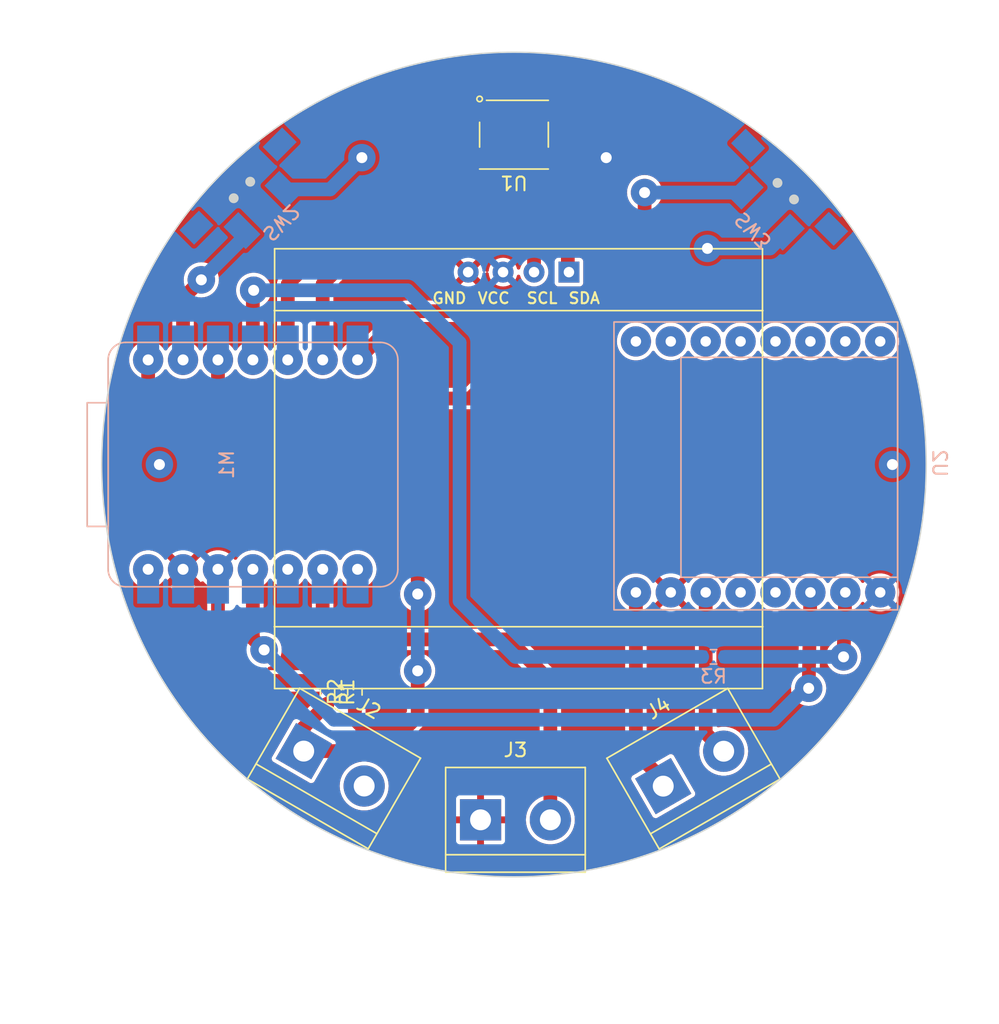
<source format=kicad_pcb>
(kicad_pcb (version 20221018) (generator pcbnew)

  (general
    (thickness 1.6)
  )

  (paper "A4")
  (layers
    (0 "F.Cu" signal)
    (31 "B.Cu" signal)
    (32 "B.Adhes" user "B.Adhesive")
    (33 "F.Adhes" user "F.Adhesive")
    (34 "B.Paste" user)
    (35 "F.Paste" user)
    (36 "B.SilkS" user "B.Silkscreen")
    (37 "F.SilkS" user "F.Silkscreen")
    (38 "B.Mask" user)
    (39 "F.Mask" user)
    (40 "Dwgs.User" user "User.Drawings")
    (41 "Cmts.User" user "User.Comments")
    (42 "Eco1.User" user "User.Eco1")
    (43 "Eco2.User" user "User.Eco2")
    (44 "Edge.Cuts" user)
    (45 "Margin" user)
    (46 "B.CrtYd" user "B.Courtyard")
    (47 "F.CrtYd" user "F.Courtyard")
    (48 "B.Fab" user)
    (49 "F.Fab" user)
    (50 "User.1" user)
    (51 "User.2" user)
    (52 "User.3" user)
    (53 "User.4" user)
    (54 "User.5" user)
    (55 "User.6" user)
    (56 "User.7" user)
    (57 "User.8" user)
    (58 "User.9" user)
  )

  (setup
    (stackup
      (layer "F.SilkS" (type "Top Silk Screen"))
      (layer "F.Paste" (type "Top Solder Paste"))
      (layer "F.Mask" (type "Top Solder Mask") (thickness 0.01))
      (layer "F.Cu" (type "copper") (thickness 0.035))
      (layer "dielectric 1" (type "core") (thickness 1.51) (material "FR4") (epsilon_r 4.5) (loss_tangent 0.02))
      (layer "B.Cu" (type "copper") (thickness 0.035))
      (layer "B.Mask" (type "Bottom Solder Mask") (thickness 0.01))
      (layer "B.Paste" (type "Bottom Solder Paste"))
      (layer "B.SilkS" (type "Bottom Silk Screen"))
      (copper_finish "None")
      (dielectric_constraints no)
    )
    (pad_to_mask_clearance 0)
    (pcbplotparams
      (layerselection 0x00010fc_ffffffff)
      (plot_on_all_layers_selection 0x0000000_00000000)
      (disableapertmacros false)
      (usegerberextensions false)
      (usegerberattributes true)
      (usegerberadvancedattributes true)
      (creategerberjobfile true)
      (dashed_line_dash_ratio 12.000000)
      (dashed_line_gap_ratio 3.000000)
      (svgprecision 4)
      (plotframeref false)
      (viasonmask false)
      (mode 1)
      (useauxorigin false)
      (hpglpennumber 1)
      (hpglpenspeed 20)
      (hpglpendiameter 15.000000)
      (dxfpolygonmode true)
      (dxfimperialunits true)
      (dxfusepcbnewfont true)
      (psnegative false)
      (psa4output false)
      (plotreference true)
      (plotvalue true)
      (plotinvisibletext false)
      (sketchpadsonfab false)
      (subtractmaskfromsilk false)
      (outputformat 1)
      (mirror false)
      (drillshape 0)
      (scaleselection 1)
      (outputdirectory "gerber")
    )
  )

  (net 0 "")
  (net 1 "GND")
  (net 2 "VCC")
  (net 3 "/SDA")
  (net 4 "/SCL")
  (net 5 "/LED_OUT")
  (net 6 "/SW_INPUT")
  (net 7 "unconnected-(M1-VUSB-Pad14)")
  (net 8 "unconnected-(U1-DOUT-Pad2)")
  (net 9 "/STEP_OUTPUT")
  (net 10 "Net-(J4-Pin_1)")
  (net 11 "Net-(J4-Pin_2)")
  (net 12 "unconnected-(U2-DAC_R-Pad4)")
  (net 13 "unconnected-(U2-DAC_L-Pad5)")
  (net 14 "unconnected-(U2-IO1-Pad9)")
  (net 15 "unconnected-(U2-IO2-Pad11)")
  (net 16 "unconnected-(U2-ADKEY1-Pad12)")
  (net 17 "unconnected-(U2-ADKEY2-Pad13)")
  (net 18 "unconnected-(U2-USB+-Pad14)")
  (net 19 "unconnected-(U2-USB--Pad15)")
  (net 20 "unconnected-(U2-BUSY-Pad16)")
  (net 21 "unconnected-(U2-GND-Pad10)")
  (net 22 "/SW_A_INPUT")
  (net 23 "/SW_B_INPUT")
  (net 24 "/MP3_RX")
  (net 25 "/MP3_TX")
  (net 26 "Net-(U2-RX)")
  (net 27 "/SR_INPUT")
  (net 28 "/S1_INPUT")
  (net 29 "unconnected-(M1-D9-Pad10)")

  (footprint "TerminalBlock:TerminalBlock_bornier-2_P5.08mm" (layer "F.Cu") (at 112.862296 72.398686 30))

  (footprint "Resistor_SMD:R_0603_1608Metric" (layer "F.Cu") (at 88.432474 65.566889 -90))

  (footprint "kicad_mes_composants:AZDelivery Oled 128x64" (layer "F.Cu") (at 102.333 33.3))

  (footprint "TerminalBlock:TerminalBlock_bornier-2_P5.08mm" (layer "F.Cu") (at 99.568 74.85))

  (footprint "fab:LED_ADDR_Worldsemi_WS2812B" (layer "F.Cu") (at 102 25 180))

  (footprint "TerminalBlock:TerminalBlock_bornier-2_P5.08mm" (layer "F.Cu") (at 86.700296 69.85 -30))

  (footprint "Resistor_SMD:R_0603_1608Metric" (layer "F.Cu") (at 90.424 65.532 90))

  (footprint "kicad_mes_composants:SeedStudio_XIAO_bigger_pads" (layer "B.Cu") (at 83 49 -90))

  (footprint "kicad_mes_composants:side_switch_aliexpress" (layer "B.Cu") (at 118.680897 27.439062 -45))

  (footprint "Resistor_SMD:R_0603_1608Metric" (layer "B.Cu") (at 116.523 62.992))

  (footprint "kicad_mes_composants:side_switch_aliexpress" (layer "B.Cu") (at 80.539062 32.119104 45))

  (footprint "kicad_mes_composants:DFPlayer_mini_MP3" (layer "B.Cu") (at 128.6515 58.3015 90))

  (gr_circle (center 102 49) (end 132 49)
    (stroke (width 0.1) (type default)) (fill none) (layer "Edge.Cuts") (tstamp 69eb2cb9-06ce-4b8a-bd9c-d3192da5c20a))

  (via (at 90.932 26.67) (size 2) (drill 0.8) (layers "F.Cu" "B.Cu") (net 1) (tstamp 09055fe8-beda-4838-a503-80e6867208da))
  (via (at 116.078 33.274) (size 2) (drill 0.8) (layers "F.Cu" "B.Cu") (net 1) (tstamp 30d5e79d-1eb6-46ac-b5a7-b9d321ab91fc))
  (via (at 129.54 49) (size 2) (drill 0.8) (layers "F.Cu" "B.Cu") (free) (net 1) (tstamp 88cdbb1d-2888-451b-b081-6612c592029b))
  (via (at 76.2 49) (size 2) (drill 0.8) (layers "F.Cu" "B.Cu") (free) (net 1) (tstamp 98afde24-1fa0-443e-9b60-8218e3fb7fcb))
  (segment (start 120.638276 33.274) (end 116.078 33.274) (width 1) (layer "B.Cu") (net 1) (tstamp 0531722d-df9a-428c-a201-72277100b306))
  (segment (start 121.820451 32.091825) (end 120.638276 33.274) (width 1) (layer "B.Cu") (net 1) (tstamp 4fd911d3-8682-49d6-b342-d688caeb868c))
  (segment (start 88.62245 28.97955) (end 90.932 26.67) (width 1) (layer "B.Cu") (net 1) (tstamp 7b4f823e-1288-43a6-93bd-faa79e9252f7))
  (segment (start 85.191825 28.97955) (end 88.62245 28.97955) (width 1) (layer "B.Cu") (net 1) (tstamp b8eb180b-a827-45f1-b3ed-ce0e4b405f1c))
  (segment (start 80.46 63.188) (end 80.46 56.62) (width 1) (layer "F.Cu") (net 2) (tstamp 01a9b575-c8f2-4d2a-bf3b-a56e3fbbe412))
  (segment (start 104.5146 26.651) (end 108.693 26.651) (width 1) (layer "F.Cu") (net 2) (tstamp 082b0334-8f19-4319-8e85-20b491bc26ff))
  (segment (start 108.693 26.651) (end 108.712 26.67) (width 1) (layer "F.Cu") (net 2) (tstamp 25bb02e3-3558-4eab-9281-651cc72d2100))
  (segment (start 88.432474 64.741889) (end 82.013889 64.741889) (width 1) (layer "F.Cu") (net 2) (tstamp 78461310-955a-477c-a8d6-90420010dcf2))
  (segment (start 82.013889 64.741889) (end 80.46 63.188) (width 1) (layer "F.Cu") (net 2) (tstamp dd44e618-4fc4-41d5-9ea3-4214275872f5))
  (via (at 108.712 26.67) (size 2) (drill 0.8) (layers "F.Cu" "B.Cu") (net 2) (tstamp b21b05d0-1144-43eb-aefc-e2aef9dcfb40))
  (segment (start 105.918 33.274) (end 105.918 34.918) (width 1) (layer "F.Cu") (net 3) (tstamp 20e5bd61-488e-46cd-82e5-4f7a86adab59))
  (segment (start 85.54 41.385) (end 85.54 35.872) (width 1) (layer "F.Cu") (net 3) (tstamp 518893d7-3bd0-4948-8b67-9532a98cfbf0))
  (segment (start 90.678 30.734) (end 103.378 30.734) (width 1) (layer "F.Cu") (net 3) (tstamp 5a45cac8-bb62-4015-81b0-bfc2d25457df))
  (segment (start 103.378 30.734) (end 105.918 33.274) (width 1) (layer "F.Cu") (net 3) (tstamp 5a920d00-26b5-4833-8810-8dcf7227a6e8))
  (segment (start 85.54 35.872) (end 90.678 30.734) (width 1) (layer "F.Cu") (net 3) (tstamp 621a173f-5322-4879-8f60-50941bd02e4e))
  (segment (start 105.918 34.918) (end 106 35) (width 1) (layer "F.Cu") (net 3) (tstamp 99a0f7aa-2f1a-4598-9bd6-1249acb1cd49))
  (segment (start 88.08 41.385) (end 88.08 35.872) (width 1) (layer "F.Cu") (net 4) (tstamp 2eb95c2f-3137-4695-acbd-3da51ae27ff7))
  (segment (start 102.616 32.258) (end 103.46 33.102) (width 1) (layer "F.Cu") (net 4) (tstamp 35fc94f3-ed94-46dd-9fdb-805a9aa8a10e))
  (segment (start 103.46 33.102) (end 103.46 35) (width 1) (layer "F.Cu") (net 4) (tstamp 4fe52e8d-819a-4361-b633-96992b5c2efa))
  (segment (start 88.08 35.872) (end 91.694 32.258) (width 1) (layer "F.Cu") (net 4) (tstamp 6ead3b43-e929-4b5f-8bc5-31690ea5d42f))
  (segment (start 91.694 32.258) (end 102.616 32.258) (width 1) (layer "F.Cu") (net 4) (tstamp a74003fa-d83c-4750-8569-30f560fdc016))
  (segment (start 101.5872 28.702) (end 99.5362 26.651) (width 1) (layer "F.Cu") (net 5) (tstamp 44edee83-a275-4264-91e7-b7a32669ad0b))
  (segment (start 90.62 41.385) (end 94.159 37.846) (width 1) (layer "F.Cu") (net 5) (tstamp 60bbc1ee-2317-4d2f-8d6d-721d3583bc83))
  (segment (start 106.934 37.846) (end 109.22 35.56) (width 1) (layer "F.Cu") (net 5) (tstamp b3d78655-f9cc-4a34-b0b0-db5fe219ad64))
  (segment (start 109.22 31.75) (end 106.172 28.702) (width 1) (layer "F.Cu") (net 5) (tstamp c4c9def3-78d0-41a2-8a3b-8ea874cf1a51))
  (segment (start 94.159 37.846) (end 106.934 37.846) (width 1) (layer "F.Cu") (net 5) (tstamp cab44e84-9117-4367-9f2e-bb68a29b7797))
  (segment (start 106.172 28.702) (end 101.5872 28.702) (width 1) (layer "F.Cu") (net 5) (tstamp de352db9-a304-40e0-8d1f-6390258a27f7))
  (segment (start 109.22 35.56) (end 109.22 31.75) (width 1) (layer "F.Cu") (net 5) (tstamp f67af0d7-af5a-4a27-b40e-f722e287a8b6))
  (segment (start 90.6 41.365) (end 90.62 41.385) (width 1) (layer "B.Cu") (net 5) (tstamp 56c60ad2-e3ce-4a93-a86c-aba9e478e7bc))
  (segment (start 110.8715 58.3015) (end 110.8715 69.96073) (width 1) (layer "F.Cu") (net 10) (tstamp 70194cf4-17e9-4662-8685-8bf2545a1d60))
  (segment (start 110.8715 69.96073) (end 113.309456 72.398686) (width 1) (layer "F.Cu") (net 10) (tstamp d1c40520-7ef0-44ac-9dde-402786ecf697))
  (segment (start 115.9515 68.548481) (end 117.261705 69.858686) (width 1) (layer "F.Cu") (net 11) (tstamp a399040e-07be-46ff-8446-618db1565b15))
  (segment (start 115.9515 58.3015) (end 115.9515 68.548481) (width 1) (layer "F.Cu") (net 11) (tstamp bfc14958-5fa6-46ed-a3f9-cb2ef398abfc))
  (segment (start 77.92 41.385) (end 77.92 36.888) (width 1) (layer "F.Cu") (net 22) (tstamp ad0fdef5-cce5-45e9-9a44-04c39bc08cde))
  (segment (start 77.92 36.888) (end 79.248 35.56) (width 1) (layer "F.Cu") (net 22) (tstamp ba81a4e7-8540-4fa2-aec9-51f2a052c031))
  (via (at 79.248 35.56) (size 2) (drill 0.8) (layers "F.Cu" "B.Cu") (net 22) (tstamp 77bb7ae7-27e9-4dc4-a8e0-44cd69fe3341))
  (segment (start 82.207834 31.977683) (end 82.207834 32.600166) (width 1) (layer "B.Cu") (net 22) (tstamp a0e0b660-df13-46c3-a6b7-06f017b20baf))
  (segment (start 82.207834 32.600166) (end 79.248 35.56) (width 1) (layer "B.Cu") (net 22) (tstamp d9fc45c6-9c04-4e27-912a-59089663bb75))
  (segment (start 77.710635 41.175635) (end 77.92 41.385) (width 1) (layer "B.Cu") (net 22) (tstamp f4455102-ac24-41a5-a256-3c2e04801327))
  (segment (start 98.806 44.196) (end 103.124 39.878) (width 1) (layer "F.Cu") (net 23) (tstamp 305a3305-c579-4a36-b42a-03954b7c041c))
  (segment (start 80.46 41.385) (end 80.46 43.63) (width 1) (layer "F.Cu") (net 23) (tstamp 597707e7-cb74-418d-9b56-19ac60b77694))
  (segment (start 103.124 39.878) (end 107.982194 39.878) (width 1) (layer "F.Cu") (net 23) (tstamp 913d97d1-b1b4-460e-acaa-f12d4d643fd7))
  (segment (start 80.46 43.63) (end 81.026 44.196) (width 1) (layer "F.Cu") (net 23) (tstamp a895d73a-75a2-46f6-b81c-d0f1b584f9e2))
  (segment (start 107.982194 39.878) (end 111.506 36.354194) (width 1) (layer "F.Cu") (net 23) (tstamp c5eef518-9923-4fe7-86b4-7722cdf5f1b0))
  (segment (start 111.506 36.354194) (end 111.506 29.21) (width 1) (layer "F.Cu") (net 23) (tstamp c64721b8-7b76-4c2a-8290-2e179bc4bbc0))
  (segment (start 81.026 44.196) (end 98.806 44.196) (width 1) (layer "F.Cu") (net 23) (tstamp cfa0bf91-4f70-4496-8bb6-d474ff14ff61))
  (via (at 111.506 29.21) (size 2) (drill 0.8) (layers "F.Cu" "B.Cu") (net 23) (tstamp 00344c58-478b-4a8c-9e1b-bcc6eb8579a1))
  (segment (start 118.720152 29.21) (end 118.822318 29.107834) (width 1) (layer "B.Cu") (net 23) (tstamp a0791bab-763b-4d83-a07f-6ad626c58aca))
  (segment (start 111.506 29.21) (end 118.720152 29.21) (width 1) (layer "B.Cu") (net 23) (tstamp acd0bd5b-feda-4d1c-ac3d-a482a2ae59e9))
  (segment (start 83 36.38) (end 83.058 36.322) (width 1) (layer "F.Cu") (net 24) (tstamp 504ebd61-6763-44f8-9264-f69bcfe73b1a))
  (segment (start 83 41.385) (end 83 36.38) (width 1) (layer "F.Cu") (net 24) (tstamp 66077c29-2fdf-46aa-b876-1a5fa80454a6))
  (via (at 83.058 36.322) (size 2) (drill 0.8) (layers "F.Cu" "B.Cu") (net 24) (tstamp ee47aab0-67b7-4a44-973c-e3cb8ff5e5a8))
  (segment (start 94.234 36.322) (end 98.044 40.132) (width 1) (layer "B.Cu") (net 24) (tstamp 3830dbc9-744b-442f-86ea-e80d6409258c))
  (segment (start 83.058 36.322) (end 94.234 36.322) (width 1) (layer "B.Cu") (net 24) (tstamp 66512702-fbdb-43c1-ba3a-864c0e0ce54f))
  (segment (start 98.044 40.132) (end 98.044 58.928) (width 1) (layer "B.Cu") (net 24) (tstamp ab7ad12d-2880-4bab-9d27-e3c61d51dea0))
  (segment (start 98.044 58.928) (end 102.108 62.992) (width 1) (layer "B.Cu") (net 24) (tstamp abde1c26-5e1c-49e4-b56e-89447b663737))
  (segment (start 102.108 62.992) (end 115.698 62.992) (width 1) (layer "B.Cu") (net 24) (tstamp c12fa566-bde0-40f0-90a5-e430c2a5fc54))
  (segment (start 83 61.664) (end 83.82 62.484) (width 1) (layer "F.Cu") (net 25) (tstamp 5c5a3607-854c-4d11-b4b4-3fe9f1cdb9d2))
  (segment (start 123.5715 58.3015) (end 123.444 65.278) (width 1) (layer "F.Cu") (net 25) (tstamp 9e8a7776-3180-4ec2-91a4-8b6a44810f7f))
  (segment (start 83 56.62) (end 83 61.664) (width 1) (layer "F.Cu") (net 25) (tstamp fd1c0ea8-0680-4780-b675-5884fd8e68ba))
  (via (at 83.82 62.484) (size 2) (drill 0.8) (layers "F.Cu" "B.Cu") (net 25) (tstamp 3503814f-edda-42aa-b8ae-8120fdc876ed))
  (via (at 123.444 65.278) (size 2) (drill 0.8) (layers "F.Cu" "B.Cu") (net 25) (tstamp b512ad16-0d1d-409a-8056-240ce2efc191))
  (segment (start 120.904 67.564) (end 123.19 65.278) (width 1) (layer "B.Cu") (net 25) (tstamp 12dfca83-869a-4cf0-be8a-4c565b82fadb))
  (segment (start 123.19 65.278) (end 123.444 65.278) (width 1) (layer "B.Cu") (net 25) (tstamp 3907f064-e12c-4274-a6db-42342ad6df29))
  (segment (start 83.82 62.484) (end 88.9 67.564) (width 1) (layer "B.Cu") (net 25) (tstamp c5ca1372-ceee-4d12-8074-9b4a35f4c8ef))
  (segment (start 88.9 67.564) (end 120.904 67.564) (width 1) (layer "B.Cu") (net 25) (tstamp d9e8604d-028b-4365-96ac-d507e5ada762))
  (segment (start 125.984 62.992) (end 126.1115 58.3015) (width 1) (layer "F.Cu") (net 26) (tstamp fa709a17-0df6-4c0f-a34d-f306096bb8ef))
  (via (at 125.984 62.992) (size 2) (drill 0.8) (layers "F.Cu" "B.Cu") (net 26) (tstamp 5430db91-30da-4a5f-9229-b11426596dc3))
  (segment (start 117.348 62.992) (end 125.984 62.992) (width 1) (layer "B.Cu") (net 26) (tstamp dfcbf36e-7e86-49a7-88f4-b2bdc5ac07ac))
  (segment (start 90.424 66.357) (end 90.424 67.564) (width 1) (layer "F.Cu") (net 27) (tstamp 0f3162b1-d148-487c-a211-b2810caa5d8d))
  (segment (start 93.218 46.228) (end 94.996 48.006) (width 1) (layer "F.Cu") (net 27) (tstamp 2e24c56b-faa5-4579-9bef-d0115d237850))
  (segment (start 94.996 67.31) (end 94.996 64.008) (width 1) (layer "F.Cu") (net 27) (tstamp 39ab7f66-2fab-4c0e-9e5a-5626e177bddf))
  (segment (start 91.186 68.326) (end 93.98 68.326) (width 1) (layer "F.Cu") (net 27) (tstamp 6a09c7c3-bd4a-444f-9ec5-8f5d158ff54e))
  (segment (start 90.424 67.564) (end 91.186 68.326) (width 1) (layer "F.Cu") (net 27) (tstamp 72278edc-c607-4452-bc79-133c352adeea))
  (segment (start 75.38 44.138) (end 77.47 46.228) (width 1) (layer "F.Cu") (net 27) (tstamp aec8baf6-1503-4dd4-b5f5-2a9d84edf327))
  (segment (start 94.996 48.006) (end 94.996 58.42) (width 1) (layer "F.Cu") (net 27) (tstamp b0ea8af7-b378-4b92-bf9c-777389d1ef14))
  (segment (start 86.700296 69.85) (end 86.700296 68.124067) (width 1) (layer "F.Cu") (net 27) (tstamp b33d83cd-a199-4c1f-acc7-6cbd0a3bc3a4))
  (segment (start 93.98 68.326) (end 94.996 67.31) (width 1) (layer "F.Cu") (net 27) (tstamp bd1fc46c-6af3-4af2-9383-c3616e992097))
  (segment (start 75.38 41.385) (end 75.38 44.138) (width 1) (layer "F.Cu") (net 27) (tstamp c389412d-6ceb-46a5-807e-a0d7c02796db))
  (segment (start 86.700296 68.124067) (end 88.432474 66.391889) (width 1) (layer "F.Cu") (net 27) (tstamp c5ba06ba-b3c0-444c-b614-11357395b1f6))
  (segment (start 77.47 46.228) (end 93.218 46.228) (width 1) (layer "F.Cu") (net 27) (tstamp c68fa8dd-24bd-4f00-b9aa-ce56c6829a7b))
  (segment (start 86.700296 69.85) (end 89.662 69.85) (width 1) (layer "F.Cu") (net 27) (tstamp dbb2f14a-bb80-403d-a848-88f88343cceb))
  (segment (start 89.662 69.85) (end 91.186 68.326) (width 1) (layer "F.Cu") (net 27) (tstamp f812caa1-7033-4ede-9e6b-68054fb9f73d))
  (via (at 94.996 58.42) (size 2) (drill 0.8) (layers "F.Cu" "B.Cu") (net 27) (tstamp dc9e9a9f-30fe-4a2e-a0f0-d844cca0981c))
  (via (at 94.996 64.008) (size 2) (drill 0.8) (layers "F.Cu" "B.Cu") (net 27) (tstamp ea214de3-6fad-4959-8b20-3305b1530054))
  (segment (start 94.996 58.42) (end 94.996 64.008) (width 1) (layer "B.Cu") (net 27) (tstamp 4593ec8c-d631-48d7-9232-75c9067db243))
  (segment (start 89.662 61.722) (end 101.6 61.722) (width 1) (layer "F.Cu") (net 28) (tstamp 4a91e499-ee06-4825-920a-184322f25b2e))
  (segment (start 88.08 56.62) (end 88.08 60.14) (width 1) (layer "F.Cu") (net 28) (tstamp bea37e70-2eb7-4f78-94af-31b31f119848))
  (segment (start 101.6 61.722) (end 104.648 64.77) (width 1) (layer "F.Cu") (net 28) (tstamp c3205ac7-5b64-4a28-b27a-215143bcd0c4))
  (segment (start 88.08 60.14) (end 89.662 61.722) (width 1) (layer "F.Cu") (net 28) (tstamp e0b737d6-8fa6-4228-bb17-d187f33f15f4))
  (segment (start 104.648 64.77) (end 104.648 74.85) (width 1) (layer "F.Cu") (net 28) (tstamp f9fa1a3a-a9f1-4774-b910-1631a2e59bd0))
  (segment (start 88.08 56.62) (end 88.08 58.58) (width 1) (layer "B.Cu") (net 28) (tstamp 04dc6fcb-f462-4a83-91e4-337d0d7a9979))

  (zone (net 1) (net_name "GND") (layer "F.Cu") (tstamp a8289d3b-e417-4cae-b9fd-e7a5e8757bf5) (name "GND") (hatch edge 0.5)
    (priority 1)
    (connect_pads (clearance 0))
    (min_thickness 0.25) (filled_areas_thickness no)
    (fill yes (thermal_gap 0.5) (thermal_bridge_width 0.5))
    (polygon
      (pts
        (xy 68 17.7)
        (xy 68.2 87.8)
        (xy 134.6 87.4)
        (xy 135.4 17.6)
        (xy 67.7 17.7)
      )
    )
    (filled_polygon
      (layer "F.Cu")
      (pts
        (xy 86.869018 57.317782)
        (xy 86.913807 57.359013)
        (xy 86.986858 57.470826)
        (xy 87.141809 57.639148)
        (xy 87.251664 57.724652)
        (xy 87.2869 57.768042)
        (xy 87.2995 57.822503)
        (xy 87.2995 60.227943)
        (xy 87.307765 60.264157)
        (xy 87.310094 60.277863)
        (xy 87.314253 60.314774)
        (xy 87.326522 60.349839)
        (xy 87.33037 60.363196)
        (xy 87.338637 60.399413)
        (xy 87.354753 60.432879)
        (xy 87.360073 60.445723)
        (xy 87.372344 60.48079)
        (xy 87.392107 60.512243)
        (xy 87.398833 60.524411)
        (xy 87.41495 60.557879)
        (xy 87.438107 60.586916)
        (xy 87.446154 60.598257)
        (xy 87.46592 60.629715)
        (xy 87.497108 60.660902)
        (xy 87.497109 60.660903)
        (xy 89.039235 62.203028)
        (xy 89.039237 62.203031)
        (xy 89.047919 62.211713)
        (xy 89.172287 62.336081)
        (xy 89.203746 62.355847)
        (xy 89.215085 62.363893)
        (xy 89.24412 62.387049)
        (xy 89.244121 62.387049)
        (xy 89.244122 62.38705)
        (xy 89.277593 62.403168)
        (xy 89.289754 62.409889)
        (xy 89.321211 62.429656)
        (xy 89.35627 62.441923)
        (xy 89.369114 62.447243)
        (xy 89.402586 62.463363)
        (xy 89.438813 62.471631)
        (xy 89.452158 62.475476)
        (xy 89.487223 62.487746)
        (xy 89.49428 62.488541)
        (xy 89.524136 62.491905)
        (xy 89.537841 62.494233)
        (xy 89.574059 62.5025)
        (xy 89.618166 62.5025)
        (xy 89.749942 62.5025)
        (xy 94.725256 62.5025)
        (xy 94.782513 62.516511)
        (xy 94.826831 62.555376)
        (xy 94.848195 62.610315)
        (xy 94.841778 62.66891)
        (xy 94.809029 62.717922)
        (xy 94.75735 62.746275)
        (xy 94.556368 62.800128)
        (xy 94.353304 62.894819)
        (xy 94.169766 63.023333)
        (xy 94.011333 63.181766)
        (xy 93.882819 63.365304)
        (xy 93.788128 63.568368)
        (xy 93.730136 63.784796)
        (xy 93.710608 64.008)
        (xy 93.730136 64.231203)
        (xy 93.788128 64.447631)
        (xy 93.790057 64.451767)
        (xy 93.882819 64.650696)
        (xy 94.011333 64.834233)
        (xy 94.011336 64.834236)
        (xy 94.177438 65.000338)
        (xy 94.175464 65.002311)
        (xy 94.201484 65.031972)
        (xy 94.2155 65.089239)
        (xy 94.2155 66.935344)
        (xy 94.206061 66.982797)
        (xy 94.179181 67.023025)
        (xy 93.693025 67.509181)
        (xy 93.652797 67.536061)
        (xy 93.605344 67.5455)
        (xy 91.560655 67.5455)
        (xy 91.513202 67.536061)
        (xy 91.472974 67.509181)
        (xy 91.240819 67.277025)
        (xy 91.213939 67.236797)
        (xy 91.2045 67.189344)
        (xy 91.2045 66.313163)
        (xy 91.189746 66.182225)
        (xy 91.189746 66.182223)
        (xy 91.186456 66.172822)
        (xy 91.179499 66.13187)
        (xy 91.179499 66.111047)
        (xy 91.178767 66.104236)
        (xy 91.173347 66.053812)
        (xy 91.125061 65.924353)
        (xy 91.042259 65.813741)
        (xy 91.042257 65.813739)
        (xy 91.042256 65.813738)
        (xy 90.970542 65.760054)
        (xy 90.93263 65.713534)
        (xy 90.921003 65.65466)
        (xy 90.938385 65.597221)
        (xy 90.980703 65.55467)
        (xy 91.133874 65.462075)
        (xy 91.254074 65.341875)
        (xy 91.342019 65.196396)
        (xy 91.39259 65.034106)
        (xy 91.399 64.963576)
        (xy 91.399 64.957)
        (xy 90.298 64.957)
        (xy 90.236 64.940387)
        (xy 90.190613 64.895)
        (xy 90.174 64.833)
        (xy 90.174 63.807001)
        (xy 90.092421 63.807001)
        (xy 90.021895 63.813408)
        (xy 89.859602 63.863981)
        (xy 89.714124 63.951925)
        (xy 89.593925 64.072124)
        (xy 89.50598 64.217603)
        (xy 89.455409 64.379893)
        (xy 89.449 64.450424)
        (xy 89.449 64.584822)
        (xy 89.433528 64.644803)
        (xy 89.390972 64.689816)
        (xy 89.331953 64.708627)
        (xy 89.271198 64.696542)
        (xy 89.22387 64.656577)
        (xy 89.20178 64.598706)
        (xy 89.19822 64.567113)
        (xy 89.194931 64.557713)
        (xy 89.187973 64.516759)
        (xy 89.187973 64.495936)
        (xy 89.187973 64.495933)
        (xy 89.181821 64.438701)
        (xy 89.133535 64.309242)
        (xy 89.050733 64.19863)
        (xy 88.940121 64.115828)
        (xy 88.940118 64.115827)
        (xy 88.940117 64.115826)
        (xy 88.860967 64.086304)
        (xy 88.838332 64.075118)
        (xy 88.773263 64.034233)
        (xy 88.607251 63.976143)
        (xy 88.607249 63.976142)
        (xy 88.607247 63.976142)
        (xy 88.476311 63.961389)
        (xy 88.476308 63.961389)
        (xy 84.195654 63.961389)
        (xy 84.138397 63.947378)
        (xy 84.094079 63.908513)
        (xy 84.072715 63.853574)
        (xy 84.077816 63.807)
        (xy 90.674 63.807)
        (xy 90.674 64.457)
        (xy 91.398999 64.457)
        (xy 91.398999 64.450421)
        (xy 91.392591 64.379895)
        (xy 91.342018 64.217602)
        (xy 91.254074 64.072124)
        (xy 91.133875 63.951925)
        (xy 90.988396 63.86398)
        (xy 90.826106 63.813409)
        (xy 90.755576 63.807)
        (xy 90.674 63.807)
        (xy 84.077816 63.807)
        (xy 84.079132 63.794979)
        (xy 84.111881 63.745967)
        (xy 84.16356 63.717614)
        (xy 84.25963 63.691872)
        (xy 84.462696 63.597181)
        (xy 84.646233 63.468667)
        (xy 84.804667 63.310233)
        (xy 84.933181 63.126696)
        (xy 85.027872 62.92363)
        (xy 85.085863 62.707206)
        (xy 85.105391 62.484)
        (xy 85.103585 62.463363)
        (xy 85.09245 62.336081)
        (xy 85.085863 62.260794)
        (xy 85.027872 62.04437)
        (xy 84.933181 61.841305)
        (xy 84.804667 61.657767)
        (xy 84.646233 61.499333)
        (xy 84.462696 61.370819)
        (xy 84.369069 61.32716)
        (xy 84.259631 61.276128)
        (xy 84.043203 61.218136)
        (xy 83.893693 61.205056)
        (xy 83.836361 61.185129)
        (xy 83.795355 61.140379)
        (xy 83.7805 61.081528)
        (xy 83.7805 57.822503)
        (xy 83.7931 57.768042)
        (xy 83.828335 57.724652)
        (xy 83.938191 57.639148)
        (xy 84.093142 57.470826)
        (xy 84.166192 57.359013)
        (xy 84.210982 57.317782)
        (xy 84.27 57.302837)
        (xy 84.329018 57.317782)
        (xy 84.373807 57.359013)
        (xy 84.446858 57.470826)
        (xy 84.601808 57.639147)
        (xy 84.601812 57.639151)
        (xy 84.782344 57.779665)
        (xy 84.782346 57.779666)
        (xy 84.78235 57.779669)
        (xy 84.983559 57.888558)
        (xy 85.199946 57.962843)
        (xy 85.425609 58.0005)
        (xy 85.65439 58.0005)
        (xy 85.654391 58.0005)
        (xy 85.880054 57.962843)
        (xy 86.096441 57.888558)
        (xy 86.29765 57.779669)
        (xy 86.478191 57.639148)
        (xy 86.633142 57.470826)
        (xy 86.706192 57.359013)
        (xy 86.750982 57.317782)
        (xy 86.81 57.302837)
      )
    )
    (filled_polygon
      (layer "F.Cu")
      (pts
        (xy 103.093389 19.020472)
        (xy 103.097869 19.020636)
        (xy 104.187588 19.080407)
        (xy 104.192068 19.080735)
        (xy 105.278842 19.180262)
        (xy 105.283293 19.180752)
        (xy 106.225074 19.301824)
        (xy 106.365729 19.319907)
        (xy 106.37021 19.320567)
        (xy 106.65766 19.368249)
        (xy 107.446776 19.499149)
        (xy 107.451202 19.499966)
        (xy 108.520628 19.71777)
        (xy 108.524957 19.718734)
        (xy 109.585717 19.97545)
        (xy 109.590018 19.976575)
        (xy 110.640675 20.271855)
        (xy 110.644968 20.273147)
        (xy 111.684114 20.606594)
        (xy 111.688335 20.608034)
        (xy 112.714634 20.979219)
        (xy 112.718821 20.98082)
        (xy 113.730901 21.389249)
        (xy 113.734995 21.39099)
        (xy 114.731425 21.836084)
        (xy 114.735497 21.837992)
        (xy 115.715048 22.319201)
        (xy 115.719019 22.321243)
        (xy 116.641484 22.817022)
        (xy 116.680278 22.837872)
        (xy 116.684223 22.840085)
        (xy 117.626022 23.391505)
        (xy 117.629859 23.393847)
        (xy 118.550834 23.97926)
        (xy 118.554602 23.981752)
        (xy 118.800483 24.150962)
        (xy 119.45363 24.600443)
        (xy 119.457313 24.603079)
        (xy 120.333083 25.254146)
        (xy 120.336668 25.256914)
        (xy 121.188091 25.939543)
        (xy 121.191573 25.94244)
        (xy 121.867699 26.526344)
        (xy 122.017528 26.655736)
        (xy 122.020893 26.658752)
        (xy 122.805959 27.388459)
        (xy 122.820219 27.401713)
        (xy 122.82348 27.404857)
        (xy 123.595142 28.176519)
        (xy 123.598286 28.17978)
        (xy 124.147861 28.771049)
        (xy 124.34124 28.979098)
        (xy 124.344263 28.982471)
        (xy 125.057559 29.808426)
        (xy 125.060456 29.811908)
        (xy 125.743085 30.663331)
        (xy 125.745853 30.666916)
        (xy 126.39692 31.542686)
        (xy 126.399556 31.546369)
        (xy 127.01824 32.445387)
        (xy 127.020739 32.449165)
        (xy 127.606143 33.370126)
        (xy 127.608503 33.373992)
        (xy 128.159911 34.315771)
        (xy 128.162127 34.319721)
        (xy 128.409516 34.780021)
        (xy 128.65286 35.232797)
        (xy 128.678741 35.280951)
        (xy 128.680809 35.284972)
        (xy 128.784362 35.495766)
        (xy 129.162 36.264488)
        (xy 129.163922 36.268589)
        (xy 129.240972 36.441081)
        (xy 129.60796 37.262656)
        (xy 129.608993 37.264967)
        (xy 129.61076 37.269125)
        (xy 129.645936 37.356289)
        (xy 130.01917 38.281156)
        (xy 130.020788 38.285387)
        (xy 130.391954 39.311631)
        (xy 130.393416 39.315918)
        (xy 130.726845 40.355009)
        (xy 130.72815 40.359346)
        (xy 131.023413 41.40994)
        (xy 131.024558 41.414319)
        (xy 131.196312 42.124015)
        (xy 131.281254 42.474996)
        (xy 131.282239 42.479417)
        (xy 131.50003 43.548783)
        (xy 131.500852 43.553237)
        (xy 131.679432 44.629789)
        (xy 131.680092 44.63427)
        (xy 131.819244 45.716681)
        (xy 131.819739 45.721183)
        (xy 131.919262 46.807912)
        (xy 131.919593 46.81243)
        (xy 131.979362 47.902107)
        (xy 131.979527 47.906633)
        (xy 131.999458 48.997735)
        (xy 131.999458 49.002265)
        (xy 131.979527 50.093366)
        (xy 131.979362 50.097892)
        (xy 131.919593 51.187569)
        (xy 131.919262 51.192087)
        (xy 131.819739 52.278816)
        (xy 131.819244 52.283318)
        (xy 131.680092 53.365729)
        (xy 131.679432 53.37021)
        (xy 131.500852 54.446762)
        (xy 131.50003 54.451216)
        (xy 131.282239 55.520582)
        (xy 131.281254 55.525003)
        (xy 131.024559 56.585676)
        (xy 131.023413 56.590059)
        (xy 130.72815 57.640653)
        (xy 130.726845 57.64499)
        (xy 130.393416 58.684081)
        (xy 130.391954 58.688368)
        (xy 130.020788 59.714612)
        (xy 130.01917 59.718843)
        (xy 129.610765 60.730864)
        (xy 129.608993 60.735032)
        (xy 129.163922 61.73141)
        (xy 129.162 61.735511)
        (xy 128.680813 62.715019)
        (xy 128.678741 62.719048)
        (xy 128.162127 63.680278)
        (xy 128.159911 63.684228)
        (xy 127.608503 64.626007)
        (xy 127.606143 64.629873)
        (xy 127.020739 65.550834)
        (xy 127.01824 65.554612)
        (xy 126.399556 66.45363)
        (xy 126.39692 66.457313)
        (xy 125.745853 67.333083)
        (xy 125.743085 67.336668)
        (xy 125.060456 68.188091)
        (xy 125.057559 68.191573)
        (xy 124.344263 69.017528)
        (xy 124.34124 69.020901)
        (xy 123.598286 69.820219)
        (xy 123.595142 69.82348)
        (xy 122.82348 70.595142)
        (xy 122.820219 70.598286)
        (xy 122.020901 71.34124)
        (xy 122.017528 71.344263)
        (xy 121.191573 72.057559)
        (xy 121.188091 72.060456)
        (xy 120.336668 72.743085)
        (xy 120.333083 72.745853)
        (xy 119.457313 73.39692)
        (xy 119.45363 73.399556)
        (xy 118.554612 74.01824)
        (xy 118.550834 74.020739)
        (xy 117.629873 74.606143)
        (xy 117.626007 74.608503)
        (xy 116.684228 75.159911)
        (xy 116.680278 75.162127)
        (xy 115.719048 75.678741)
        (xy 115.715019 75.680813)
        (xy 114.735511 76.162)
        (xy 114.73141 76.163922)
        (xy 113.735032 76.608993)
        (xy 113.730864 76.610765)
        (xy 112.718843 77.01917)
        (xy 112.714612 77.020788)
        (xy 111.688368 77.391954)
        (xy 111.684081 77.393416)
        (xy 110.64499 77.726845)
        (xy 110.640653 77.72815)
        (xy 109.590059 78.023413)
        (xy 109.585676 78.024559)
        (xy 108.525003 78.281254)
        (xy 108.520582 78.282239)
        (xy 107.451216 78.50003)
        (xy 107.446762 78.500852)
        (xy 106.37021 78.679432)
        (xy 106.365729 78.680092)
        (xy 105.283318 78.819244)
        (xy 105.278816 78.819739)
        (xy 104.192087 78.919262)
        (xy 104.187569 78.919593)
        (xy 103.097892 78.979362)
        (xy 103.093366 78.979527)
        (xy 102.002265 78.999458)
        (xy 101.997735 78.999458)
        (xy 100.906633 78.979527)
        (xy 100.902107 78.979362)
        (xy 99.81243 78.919593)
        (xy 99.807912 78.919262)
        (xy 98.721183 78.819739)
        (xy 98.716681 78.819244)
        (xy 97.63427 78.680092)
        (xy 97.629789 78.679432)
        (xy 96.553237 78.500852)
        (xy 96.548783 78.50003)
        (xy 95.630415 78.312991)
        (xy 95.479412 78.282237)
        (xy 95.474996 78.281254)
        (xy 94.414323 78.024559)
        (xy 94.40994 78.023413)
        (xy 93.359346 77.72815)
        (xy 93.355009 77.726845)
        (xy 92.315918 77.393416)
        (xy 92.311631 77.391954)
        (xy 91.285387 77.020788)
        (xy 91.281156 77.01917)
        (xy 90.318038 76.6305)
        (xy 90.269125 76.61076)
        (xy 90.264978 76.608997)
        (xy 89.452229 76.245952)
        (xy 89.268589 76.163922)
        (xy 89.264488 76.162)
        (xy 88.28498 75.680813)
        (xy 88.280951 75.678741)
        (xy 88.180389 75.624694)
        (xy 87.718187 75.376283)
        (xy 87.319721 75.162127)
        (xy 87.315771 75.159911)
        (xy 87.213446 75.1)
        (xy 97.568 75.1)
        (xy 97.568 76.397824)
        (xy 97.574402 76.457375)
        (xy 97.624647 76.592089)
        (xy 97.710811 76.707188)
        (xy 97.82591 76.793352)
        (xy 97.960624 76.843597)
        (xy 98.020176 76.85)
        (xy 99.318 76.85)
        (xy 99.318 75.1)
        (xy 99.818 75.1)
        (xy 99.818 76.85)
        (xy 101.115824 76.85)
        (xy 101.175375 76.843597)
        (xy 101.310089 76.793352)
        (xy 101.425188 76.707188)
        (xy 101.511352 76.592089)
        (xy 101.561597 76.457375)
        (xy 101.568 76.397824)
        (xy 101.568 75.1)
        (xy 99.818 75.1)
        (xy 99.318 75.1)
        (xy 97.568 75.1)
        (xy 87.213446 75.1)
        (xy 86.373992 74.608503)
        (xy 86.370126 74.606143)
        (xy 86.360462 74.6)
        (xy 97.568 74.6)
        (xy 99.318 74.6)
        (xy 99.318 72.85)
        (xy 99.818 72.85)
        (xy 99.818 74.6)
        (xy 101.568 74.6)
        (xy 101.568 73.302176)
        (xy 101.561597 73.242624)
        (xy 101.511352 73.10791)
        (xy 101.425188 72.992811)
        (xy 101.310089 72.906647)
        (xy 101.175375 72.856402)
        (xy 101.115824 72.85)
        (xy 99.818 72.85)
        (xy 99.318 72.85)
        (xy 98.020176 72.85)
        (xy 97.960624 72.856402)
        (xy 97.82591 72.906647)
        (xy 97.710811 72.992811)
        (xy 97.624647 73.10791)
        (xy 97.574402 73.242624)
        (xy 97.568 73.302176)
        (xy 97.568 74.6)
        (xy 86.360462 74.6)
        (xy 85.449165 74.020739)
        (xy 85.445387 74.01824)
        (xy 84.546369 73.399556)
        (xy 84.542686 73.39692)
        (xy 83.666916 72.745853)
        (xy 83.663331 72.743085)
        (xy 83.222937 72.389999)
        (xy 89.314211 72.389999)
        (xy 89.334153 72.656111)
        (xy 89.393536 72.916285)
        (xy 89.454246 73.07097)
        (xy 89.491031 73.164696)
        (xy 89.624461 73.395804)
        (xy 89.790846 73.604444)
        (xy 89.986468 73.785955)
        (xy 90.206959 73.936282)
        (xy 90.447391 74.052069)
        (xy 90.702395 74.130727)
        (xy 90.966275 74.1705)
        (xy 91.233135 74.1705)
        (xy 91.497015 74.130727)
        (xy 91.752019 74.052069)
        (xy 91.992452 73.936282)
        (xy 92.212942 73.785955)
        (xy 92.408564 73.604444)
        (xy 92.574949 73.395804)
        (xy 92.708379 73.164696)
        (xy 92.805874 72.916283)
        (xy 92.865256 72.656114)
        (xy 92.885198 72.39)
        (xy 92.865256 72.123886)
        (xy 92.805874 71.863717)
        (xy 92.708379 71.615304)
        (xy 92.574949 71.384196)
        (xy 92.408564 71.175556)
        (xy 92.40856 71.175552)
        (xy 92.212947 70.994049)
        (xy 92.212944 70.994047)
        (xy 92.212942 70.994045)
        (xy 91.992452 70.843718)
        (xy 91.992451 70.843717)
        (xy 91.992449 70.843716)
        (xy 91.863689 70.781708)
        (xy 91.752019 70.727931)
        (xy 91.673359 70.703668)
        (xy 91.497014 70.649272)
        (xy 91.233135 70.6095)
        (xy 90.966275 70.6095)
        (xy 90.702395 70.649272)
        (xy 90.447391 70.727931)
        (xy 90.206958 70.843718)
        (xy 89.986465 70.994047)
        (xy 89.790849 71.175552)
        (xy 89.62446 71.384196)
        (xy 89.49103 71.615305)
        (xy 89.393536 71.863714)
        (xy 89.334153 72.123888)
        (xy 89.314211 72.389999)
        (xy 83.222937 72.389999)
        (xy 82.811908 72.060456)
        (xy 82.808426 72.057559)
        (xy 82.186837 71.520754)
        (xy 81.982466 71.344258)
        (xy 81.979098 71.34124)
        (xy 81.800844 71.175556)
        (xy 81.17978 70.598286)
        (xy 81.176519 70.595142)
        (xy 80.404857 69.82348)
        (xy 80.401713 69.820219)
        (xy 80.228186 69.633527)
        (xy 79.658752 69.020893)
        (xy 79.655736 69.017528)
        (xy 79.652599 69.013896)
        (xy 78.94244 68.191573)
        (xy 78.939543 68.188091)
        (xy 78.256914 67.336668)
        (xy 78.254146 67.333083)
        (xy 77.603079 66.457313)
        (xy 77.600443 66.45363)
        (xy 77.260216 65.959242)
        (xy 76.981752 65.554602)
        (xy 76.97926 65.550834)
        (xy 76.95494 65.512573)
        (xy 76.393847 64.629859)
        (xy 76.391496 64.626007)
        (xy 76.375511 64.598706)
        (xy 75.840085 63.684223)
        (xy 75.837872 63.680278)
        (xy 75.321243 62.719019)
        (xy 75.319201 62.715048)
        (xy 74.837992 61.735497)
        (xy 74.836077 61.73141)
        (xy 74.39099 60.734995)
        (xy 74.389249 60.730901)
        (xy 73.98082 59.718821)
        (xy 73.979211 59.714612)
        (xy 73.975876 59.705391)
        (xy 73.608034 58.688335)
        (xy 73.606594 58.684114)
        (xy 73.273147 57.644968)
        (xy 73.271849 57.640653)
        (xy 73.258672 57.593766)
        (xy 72.985001 56.62)
        (xy 73.994768 56.62)
        (xy 74.013661 56.847997)
        (xy 74.013661 56.848)
        (xy 74.013662 56.848002)
        (xy 74.060495 57.032942)
        (xy 74.069826 57.069786)
        (xy 74.161724 57.279294)
        (xy 74.161726 57.279297)
        (xy 74.286858 57.470826)
        (xy 74.441808 57.639147)
        (xy 74.441812 57.639151)
        (xy 74.622344 57.779665)
        (xy 74.622346 57.779666)
        (xy 74.62235 57.779669)
        (xy 74.823559 57.888558)
        (xy 75.039946 57.962843)
        (xy 75.265609 58.0005)
        (xy 75.49439 58.0005)
        (xy 75.494391 58.0005)
        (xy 75.720054 57.962843)
        (xy 75.851459 57.917732)
        (xy 76.975819 57.917732)
        (xy 76.97582 57.917733)
        (xy 76.976631 57.918427)
        (xy 77.191372 58.050019)
        (xy 77.424043 58.146396)
        (xy 77.668929 58.205187)
        (xy 77.92 58.224947)
        (xy 78.17107 58.205187)
        (xy 78.415956 58.146396)
        (xy 78.648632 58.050017)
        (xy 78.863364 57.91843)
        (xy 78.864179 57.917732)
        (xy 77.920001 56.973553)
        (xy 77.92 56.973553)
        (xy 76.975819 57.917732)
        (xy 75.851459 57.917732)
        (xy 75.936441 57.888558)
        (xy 76.13765 57.779669)
        (xy 76.318191 57.639148)
        (xy 76.417024 57.531785)
        (xy 76.464014 57.499929)
        (xy 76.520279 57.492354)
        (xy 76.574023 57.510649)
        (xy 76.61398 57.550979)
        (xy 76.62157 57.563365)
        (xy 76.622265 57.564178)
        (xy 76.622266 57.564178)
        (xy 77.566446 56.620001)
        (xy 78.273553 56.620001)
        (xy 79.217732 57.564179)
        (xy 79.218428 57.563366)
        (xy 79.226016 57.550984)
        (xy 79.265972 57.510651)
        (xy 79.319717 57.492354)
        (xy 79.375983 57.499928)
        (xy 79.422974 57.531785)
        (xy 79.521809 57.639148)
        (xy 79.631664 57.724652)
        (xy 79.6669 57.768042)
        (xy 79.6795 57.822503)
        (xy 79.6795 63.275943)
        (xy 79.687765 63.312157)
        (xy 79.690094 63.325863)
        (xy 79.694253 63.362774)
        (xy 79.706522 63.397839)
        (xy 79.71037 63.411196)
        (xy 79.718637 63.447413)
        (xy 79.734753 63.480879)
        (xy 79.740073 63.493723)
        (xy 79.752344 63.52879)
        (xy 79.772107 63.560243)
        (xy 79.778833 63.572411)
        (xy 79.79495 63.605879)
        (xy 79.818107 63.634916)
        (xy 79.826154 63.646258)
        (xy 79.845918 63.677712)
        (xy 79.877108 63.708902)
        (xy 81.391124 65.222917)
        (xy 81.391126 65.22292)
        (xy 81.399808 65.231602)
        (xy 81.524176 65.35597)
        (xy 81.555635 65.375736)
        (xy 81.566974 65.383782)
        (xy 81.596009 65.406938)
        (xy 81.59601 65.406938)
        (xy 81.596011 65.406939)
        (xy 81.629482 65.423057)
        (xy 81.641643 65.429778)
        (xy 81.6731 65.449545)
        (xy 81.708159 65.461812)
        (xy 81.721003 65.467132)
        (xy 81.754475 65.483252)
        (xy 81.790702 65.49152)
        (xy 81.804047 65.495365)
        (xy 81.839112 65.507635)
        (xy 81.846169 65.50843)
        (xy 81.876025 65.511794)
        (xy 81.88973 65.514122)
        (xy 81.925948 65.522389)
        (xy 81.925949 65.522389)
        (xy 87.890227 65.522389)
        (xy 87.95577 65.541127)
        (xy 88.001504 65.591677)
        (xy 88.013608 65.658763)
        (xy 87.988423 65.722109)
        (xy 87.933562 65.762569)
        (xy 87.924832 65.765826)
        (xy 87.924827 65.765828)
        (xy 87.814215 65.84863)
        (xy 87.731412 65.959243)
        (xy 87.723044 65.981679)
        (xy 87.694544 66.026024)
        (xy 86.238801 67.481766)
        (xy 86.192333 67.511036)
        (xy 86.137782 67.517366)
        (xy 86.129307 67.516449)
        (xy 86.028011 67.54359)
        (xy 85.943361 67.605491)
        (xy 85.929277 67.624443)
        (xy 84.387399 70.295053)
        (xy 84.378027 70.31673)
        (xy 84.366744 70.420988)
        (xy 84.393886 70.522284)
        (xy 84.455787 70.606934)
        (xy 84.474739 70.621018)
        (xy 87.145349 72.162896)
        (xy 87.145351 72.162896)
        (xy 87.145353 72.162898)
        (xy 87.167025 72.172268)
        (xy 87.219155 72.177909)
        (xy 87.271284 72.183551)
        (xy 87.271284 72.18355)
        (xy 87.271285 72.183551)
        (xy 87.37258 72.156409)
        (xy 87.457231 72.094508)
        (xy 87.471314 72.075557)
        (xy 88.269822 70.692499)
        (xy 88.315209 70.647113)
        (xy 88.377209 70.6305)
        (xy 89.749941 70.6305)
        (xy 89.786161 70.622232)
        (xy 89.79985 70.619905)
        (xy 89.836777 70.615746)
        (xy 89.871836 70.603477)
        (xy 89.885182 70.599631)
        (xy 89.921414 70.591363)
        (xy 89.954897 70.575237)
        (xy 89.967718 70.569926)
        (xy 90.002789 70.557656)
        (xy 90.03426 70.53788)
        (xy 90.046394 70.531174)
        (xy 90.079878 70.51505)
        (xy 90.10893 70.49188)
        (xy 90.12025 70.483849)
        (xy 90.151713 70.464081)
        (xy 90.276081 70.339713)
        (xy 91.472975 69.142819)
        (xy 91.513203 69.115939)
        (xy 91.560656 69.1065)
        (xy 94.067941 69.1065)
        (xy 94.104161 69.098232)
        (xy 94.11785 69.095905)
        (xy 94.154777 69.091746)
        (xy 94.189836 69.079477)
        (xy 94.203182 69.075631)
        (xy 94.239414 69.067363)
        (xy 94.272897 69.051237)
        (xy 94.285718 69.045926)
        (xy 94.320789 69.033656)
        (xy 94.35226 69.01388)
        (xy 94.364394 69.007174)
        (xy 94.397878 68.99105)
        (xy 94.42693 68.96788)
        (xy 94.43825 68.959849)
        (xy 94.469713 68.940081)
        (xy 94.594081 68.815713)
        (xy 95.578892 67.830902)
        (xy 95.610081 67.799713)
        (xy 95.629849 67.76825)
        (xy 95.63788 67.75693)
        (xy 95.66105 67.727878)
        (xy 95.677174 67.694394)
        (xy 95.68388 67.68226)
        (xy 95.703656 67.650789)
        (xy 95.715926 67.615718)
        (xy 95.721237 67.602897)
        (xy 95.737363 67.569414)
        (xy 95.745631 67.533182)
        (xy 95.749477 67.519836)
        (xy 95.761746 67.484777)
        (xy 95.765905 67.44785)
        (xy 95.768232 67.434161)
        (xy 95.7765 67.397941)
        (xy 95.7765 67.222059)
        (xy 95.7765 65.089239)
        (xy 95.790516 65.031972)
        (xy 95.816535 65.002311)
        (xy 95.814562 65.000338)
        (xy 95.888846 64.926054)
        (xy 95.980667 64.834233)
        (xy 96.109181 64.650696)
        (xy 96.203872 64.44763)
        (xy 96.261863 64.231206)
        (xy 96.281391 64.008)
        (xy 96.261863 63.784794)
        (xy 96.203872 63.56837)
        (xy 96.109181 63.365305)
        (xy 95.980667 63.181767)
        (xy 95.822233 63.023333)
        (xy 95.638696 62.894819)
        (xy 95.545069 62.85116)
        (xy 95.435631 62.800128)
        (xy 95.23465 62.746275)
        (xy 95.182971 62.717922)
        (xy 95.150222 62.66891)
        (xy 95.143805 62.610315)
        (xy 95.165169 62.555376)
        (xy 95.209487 62.516511)
        (xy 95.266744 62.5025)
        (xy 101.225344 62.5025)
        (xy 101.272797 62.511939)
        (xy 101.313025 62.538819)
        (xy 103.831181 65.056974)
        (xy 103.858061 65.097202)
        (xy 103.8675 65.144655)
        (xy 103.8675 73.171749)
        (xy 103.848494 73.237721)
        (xy 103.797302 73.283468)
        (xy 103.786932 73.288462)
        (xy 103.755252 73.303718)
        (xy 103.53476 73.454047)
        (xy 103.339144 73.635552)
        (xy 103.172755 73.844196)
        (xy 103.039325 74.075305)
        (xy 102.941831 74.323714)
        (xy 102.882448 74.583888)
        (xy 102.862506 74.85)
        (xy 102.882448 75.116111)
        (xy 102.941831 75.376285)
        (xy 103.039325 75.624694)
        (xy 103.039326 75.624696)
        (xy 103.172756 75.855804)
        (xy 103.339141 76.064444)
        (xy 103.534763 76.245955)
        (xy 103.755254 76.396282)
        (xy 103.995686 76.512069)
        (xy 104.25069 76.590727)
        (xy 104.51457 76.6305)
        (xy 104.78143 76.6305)
        (xy 105.04531 76.590727)
        (xy 105.300314 76.512069)
        (xy 105.540747 76.396282)
        (xy 105.761237 76.245955)
        (xy 105.956859 76.064444)
        (xy 106.123244 75.855804)
        (xy 106.256674 75.624696)
        (xy 106.354169 75.376283)
        (xy 106.413551 75.116114)
        (xy 106.433493 74.85)
        (xy 106.413551 74.583886)
        (xy 106.354169 74.323717)
        (xy 106.256674 74.075304)
        (xy 106.123244 73.844196)
        (xy 105.956859 73.635556)
        (xy 105.923332 73.604447)
        (xy 105.761242 73.454049)
        (xy 105.761239 73.454047)
        (xy 105.761237 73.454045)
        (xy 105.540747 73.303718)
        (xy 105.498695 73.283466)
        (xy 105.447506 73.23772)
        (xy 105.4285 73.171748)
        (xy 105.4285 64.68206)
        (xy 105.4285 64.682059)
        (xy 105.420233 64.645841)
        (xy 105.417905 64.632136)
        (xy 105.413746 64.595224)
        (xy 105.410106 64.584822)
        (xy 105.401476 64.560158)
        (xy 105.397631 64.546813)
        (xy 105.389363 64.510586)
        (xy 105.373243 64.477114)
        (xy 105.367923 64.46427)
        (xy 105.362101 64.447631)
        (xy 105.355656 64.429211)
        (xy 105.335889 64.397754)
        (xy 105.329168 64.385593)
        (xy 105.31305 64.352122)
        (xy 105.313049 64.352121)
        (xy 105.313049 64.35212)
        (xy 105.289893 64.323085)
        (xy 105.281847 64.311746)
        (xy 105.262081 64.280287)
        (xy 105.137713 64.155919)
        (xy 105.129033 64.147239)
        (xy 105.129028 64.147235)
        (xy 102.120902 61.139108)
        (xy 102.089712 61.107918)
        (xy 102.058258 61.088154)
        (xy 102.046916 61.080107)
        (xy 102.017879 61.05695)
        (xy 101.984411 61.040833)
        (xy 101.972243 61.034107)
        (xy 101.94079 61.014344)
        (xy 101.905723 61.002073)
        (xy 101.892879 60.996753)
        (xy 101.886436 60.99365)
        (xy 101.859414 60.980637)
        (xy 101.84492 60.977328)
        (xy 101.823196 60.97237)
        (xy 101.809839 60.968522)
        (xy 101.774774 60.956253)
        (xy 101.737863 60.952094)
        (xy 101.724157 60.949765)
        (xy 101.687943 60.9415)
        (xy 101.687941 60.9415)
        (xy 101.643834 60.9415)
        (xy 90.036655 60.9415)
        (xy 89.989202 60.932061)
        (xy 89.948974 60.905181)
        (xy 88.896819 59.853025)
        (xy 88.869939 59.812797)
        (xy 88.8605 59.765344)
        (xy 88.8605 57.822503)
        (xy 88.8731 57.768042)
        (xy 88.908335 57.724652)
        (xy 89.018191 57.639148)
        (xy 89.173142 57.470826)
        (xy 89.246192 57.359013)
        (xy 89.290982 57.317782)
        (xy 89.35 57.302837)
        (xy 89.409018 57.317782)
        (xy 89.453807 57.359013)
        (xy 89.526858 57.470826)
        (xy 89.681808 57.639147)
        (xy 89.681812 57.639151)
        (xy 89.862344 57.779665)
        (xy 89.862346 57.779666)
        (xy 89.86235 57.779669)
        (xy 90.063559 57.888558)
        (xy 90.279946 57.962843)
        (xy 90.505609 58.0005)
        (xy 90.73439 58.0005)
        (xy 90.734391 58.0005)
        (xy 90.960054 57.962843)
        (xy 91.176441 57.888558)
        (xy 91.37765 57.779669)
        (xy 91.558191 57.639148)
        (xy 91.713142 57.470826)
        (xy 91.838274 57.279297)
        (xy 91.930175 57.069784)
        (xy 91.986338 56.848002)
        (xy 92.005231 56.62)
        (xy 91.986338 56.391998)
        (xy 91.930175 56.170216)
        (xy 91.838274 55.960703)
        (xy 91.713142 55.769174)
        (xy 91.558191 55.600852)
        (xy 91.558189 55.600851)
        (xy 91.558187 55.600848)
        (xy 91.377655 55.460334)
        (xy 91.377651 55.460331)
        (xy 91.37765 55.460331)
        (xy 91.176441 55.351442)
        (xy 91.17644 55.351441)
        (xy 91.176437 55.35144)
        (xy 90.960056 55.277157)
        (xy 90.809612 55.252052)
        (xy 90.734391 55.2395)
        (xy 90.505609 55.2395)
        (xy 90.449193 55.248914)
        (xy 90.279943 55.277157)
        (xy 90.063562 55.35144)
        (xy 89.862344 55.460334)
        (xy 89.681812 55.600848)
        (xy 89.55365 55.74007)
        (xy 89.526858 55.769174)
        (xy 89.453807 55.880986)
        (xy 89.409018 55.922218)
        (xy 89.35 55.937163)
        (xy 89.290982 55.922218)
        (xy 89.246192 55.880986)
        (xy 89.173142 55.769174)
        (xy 89.018191 55.600852)
        (xy 89.018189 55.600851)
        (xy 89.018187 55.600848)
        (xy 88.837655 55.460334)
        (xy 88.837651 55.460331)
        (xy 88.83765 55.460331)
        (xy 88.636441 55.351442)
        (xy 88.63644 55.351441)
        (xy 88.636437 55.35144)
        (xy 88.420056 55.277157)
        (xy 88.269612 55.252052)
        (xy 88.194391 55.2395)
        (xy 87.965609 55.2395)
        (xy 87.909193 55.248914)
        (xy 87.739943 55.277157)
        (xy 87.523562 55.35144)
        (xy 87.322344 55.460334)
        (xy 87.141812 55.600848)
        (xy 87.01365 55.74007)
        (xy 86.986858 55.769174)
        (xy 86.913807 55.880986)
        (xy 86.869018 55.922218)
        (xy 86.81 55.937163)
        (xy 86.750982 55.922218)
        (xy 86.706192 55.880986)
        (xy 86.633142 55.769174)
        (xy 86.478191 55.600852)
        (xy 86.478189 55.600851)
        (xy 86.478187 55.600848)
        (xy 86.297655 55.460334)
        (xy 86.297651 55.460331)
        (xy 86.29765 55.460331)
        (xy 86.096441 55.351442)
        (xy 86.09644 55.351441)
        (xy 86.096437 55.35144)
        (xy 85.880056 55.277157)
        (xy 85.729612 55.252052)
        (xy 85.654391 55.2395)
        (xy 85.425609 55.2395)
        (xy 85.369193 55.248914)
        (xy 85.199943 55.277157)
        (xy 84.983562 55.35144)
        (xy 84.782344 55.460334)
        (xy 84.601812 55.600848)
        (xy 84.47365 55.74007)
        (xy 84.446858 55.769174)
        (xy 84.373807 55.880986)
        (xy 84.329018 55.922218)
        (xy 84.27 55.937163)
        (xy 84.210982 55.922218)
        (xy 84.166192 55.880986)
        (xy 84.093142 55.769174)
        (xy 83.938191 55.600852)
        (xy 83.938189 55.600851)
        (xy 83.938187 55.600848)
        (xy 83.757655 55.460334)
        (xy 83.757651 55.460331)
        (xy 83.75765 55.460331)
        (xy 83.556441 55.351442)
        (xy 83.55644 55.351441)
        (xy 83.556437 55.35144)
        (xy 83.340056 55.277157)
        (xy 83.189612 55.252052)
        (xy 83.114391 55.2395)
        (xy 82.885609 55.2395)
        (xy 82.829193 55.248914)
        (xy 82.659943 55.277157)
        (xy 82.443562 55.35144)
        (xy 82.242344 55.460334)
        (xy 82.061812 55.600848)
        (xy 81.93365 55.74007)
        (xy 81.906858 55.769174)
        (xy 81.833807 55.880986)
        (xy 81.789018 55.922218)
        (xy 81.73 55.937163)
        (xy 81.670982 55.922218)
        (xy 81.626192 55.880986)
        (xy 81.553142 55.769174)
        (xy 81.398191 55.600852)
        (xy 81.398189 55.600851)
        (xy 81.398187 55.600848)
        (xy 81.217655 55.460334)
        (xy 81.217651 55.460331)
        (xy 81.21765 55.460331)
        (xy 81.016441 55.351442)
        (xy 81.01644 55.351441)
        (xy 81.016437 55.35144)
        (xy 80.800056 55.277157)
        (xy 80.649612 55.252052)
        (xy 80.574391 55.2395)
        (xy 80.345609 55.2395)
        (xy 80.289193 55.248914)
        (xy 80.119943 55.277157)
        (xy 79.903562 55.35144)
        (xy 79.702344 55.460334)
        (xy 79.521808 55.600851)
        (xy 79.422975 55.708213)
        (xy 79.375983 55.740071)
        (xy 79.319718 55.747645)
        (xy 79.265974 55.729349)
        (xy 79.226018 55.689018)
        (xy 79.218431 55.676637)
        (xy 79.217732 55.675819)
        (xy 78.273553 56.62)
        (xy 78.273553 56.620001)
        (xy 77.566446 56.620001)
        (xy 77.566446 56.62)
        (xy 76.622266 55.67582)
        (xy 76.622265 55.67582)
        (xy 76.621571 55.676633)
        (xy 76.61398 55.689021)
        (xy 76.574023 55.729351)
        (xy 76.520279 55.747645)
        (xy 76.464015 55.74007)
        (xy 76.417024 55.708214)
        (xy 76.318191 55.600852)
        (xy 76.318189 55.600851)
        (xy 76.318187 55.600848)
        (xy 76.137655 55.460334)
        (xy 76.137651 55.460331)
        (xy 76.13765 55.460331)
        (xy 75.936441 55.351442)
        (xy 75.93644 55.351441)
        (xy 75.936437 55.35144)
        (xy 75.851455 55.322266)
        (xy 76.97582 55.322266)
        (xy 77.92 56.266446)
        (xy 77.920001 56.266446)
        (xy 78.864178 55.322266)
        (xy 78.864178 55.322265)
        (xy 78.863365 55.32157)
        (xy 78.648632 55.189982)
        (xy 78.415956 55.093603)
        (xy 78.17107 55.034812)
        (xy 77.92 55.015052)
        (xy 77.668929 55.034812)
        (xy 77.424043 55.093603)
        (xy 77.191367 55.189982)
        (xy 76.976635 55.321569)
        (xy 76.97582 55.322265)
        (xy 76.97582 55.322266)
        (xy 75.851455 55.322266)
        (xy 75.720056 55.277157)
        (xy 75.569612 55.252052)
        (xy 75.494391 55.2395)
        (xy 75.265609 55.2395)
        (xy 75.209193 55.248914)
        (xy 75.039943 55.277157)
        (xy 74.823562 55.35144)
        (xy 74.622344 55.460334)
        (xy 74.441812 55.600848)
        (xy 74.286859 55.769173)
        (xy 74.161724 55.960705)
        (xy 74.069826 56.170213)
        (xy 74.013661 56.392002)
        (xy 73.994768 56.62)
        (xy 72.985001 56.62)
        (xy 72.976575 56.590018)
        (xy 72.97545 56.585717)
        (xy 72.718734 55.524957)
        (xy 72.71777 55.520628)
        (xy 72.499966 54.451202)
        (xy 72.499147 54.446762)
        (xy 72.320567 53.37021)
        (xy 72.319907 53.365729)
        (xy 72.180755 52.283318)
        (xy 72.18026 52.278816)
        (xy 72.080737 51.192087)
        (xy 72.080406 51.187569)
        (xy 72.020637 50.097892)
        (xy 72.020472 50.093366)
        (xy 72.000541 49.002265)
        (xy 72.000541 48.997735)
        (xy 72.020472 47.906608)
        (xy 72.020637 47.902107)
        (xy 72.021749 47.881847)
        (xy 72.080407 46.812407)
        (xy 72.080737 46.807912)
        (xy 72.180263 45.721151)
        (xy 72.180751 45.716712)
        (xy 72.319907 44.634266)
        (xy 72.320567 44.629789)
        (xy 72.332827 44.555879)
        (xy 72.499151 43.553213)
        (xy 72.499969 43.548783)
        (xy 72.717772 42.47936)
        (xy 72.718732 42.475054)
        (xy 72.975454 41.414268)
        (xy 72.976571 41.409995)
        (xy 72.983596 41.385)
        (xy 73.994768 41.385)
        (xy 74.013661 41.612997)
        (xy 74.069826 41.834786)
        (xy 74.161724 42.044294)
        (xy 74.161726 42.044297)
        (xy 74.286858 42.235826)
        (xy 74.441809 42.404148)
        (xy 74.551664 42.489652)
        (xy 74.5869 42.533042)
        (xy 74.5995 42.587503)
        (xy 74.5995 44.225943)
        (xy 74.607765 44.262157)
        (xy 74.610094 44.275863)
        (xy 74.614253 44.312774)
        (xy 74.626522 44.347839)
        (xy 74.63037 44.361196)
        (xy 74.638637 44.397413)
        (xy 74.654753 44.430879)
        (xy 74.660073 44.443723)
        (xy 74.672344 44.47879)
        (xy 74.692107 44.510243)
        (xy 74.698833 44.522411)
        (xy 74.71495 44.555879)
        (xy 74.738107 44.584916)
        (xy 74.746154 44.596258)
        (xy 74.765918 44.627712)
        (xy 74.797108 44.658902)
        (xy 76.838477 46.70027)
        (xy 76.838478 46.700272)
        (xy 76.855919 46.717713)
        (xy 76.980287 46.842081)
        (xy 76.996326 46.852159)
        (xy 77.011743 46.861846)
        (xy 77.023082 46.869891)
        (xy 77.052122 46.89305)
        (xy 77.085588 46.909166)
        (xy 77.097757 46.915892)
        (xy 77.129211 46.935656)
        (xy 77.164287 46.947929)
        (xy 77.177114 46.953242)
        (xy 77.210586 46.969362)
        (xy 77.24681 46.977629)
        (xy 77.26015 46.981473)
        (xy 77.295223 46.993746)
        (xy 77.304192 46.994756)
        (xy 77.332134 46.997905)
        (xy 77.345846 47.000234)
        (xy 77.382058 47.0085)
        (xy 77.426166 47.0085)
        (xy 77.557941 47.0085)
        (xy 92.843344 47.0085)
        (xy 92.890797 47.017939)
        (xy 92.931025 47.044819)
        (xy 94.179181 48.292974)
        (xy 94.206061 48.333202)
        (xy 94.2155 48.380655)
        (xy 94.2155 57.33876)
        (xy 94.201484 57.396027)
        (xy 94.175464 57.425687)
        (xy 94.177438 57.427661)
        (xy 94.011334 57.593765)
        (xy 93.882819 57.777304)
        (xy 93.788128 57.980368)
        (xy 93.730136 58.196796)
        (xy 93.710608 58.42)
        (xy 93.730136 58.643203)
        (xy 93.759096 58.751284)
        (xy 93.788128 58.85963)
        (xy 93.882819 59.062696)
        (xy 94.011333 59.246233)
        (xy 94.169767 59.404667)
        (xy 94.353304 59.533181)
        (xy 94.55637 59.627872)
        (xy 94.772794 59.685863)
        (xy 94.996 59.705391)
        (xy 95.219206 59.685863)
        (xy 95.43563 59.627872)
        (xy 95.638696 59.533181)
        (xy 95.822233 59.404667)
        (xy 95.980667 59.246233)
        (xy 96.109181 59.062696)
        (xy 96.203872 58.85963)
        (xy 96.261863 58.643206)
        (xy 96.281391 58.42)
        (xy 96.271024 58.3015)
        (xy 109.486268 58.3015)
        (xy 109.505161 58.529497)
        (xy 109.505161 58.5295)
        (xy 109.505162 58.529502)
        (xy 109.545392 58.688368)
        (xy 109.561326 58.751286)
        (xy 109.653224 58.960794)
        (xy 109.653226 58.960797)
        (xy 109.778358 59.152326)
        (xy 109.933309 59.320648)
        (xy 110.043164 59.406152)
        (xy 110.0784 59.449542)
        (xy 110.091 59.504003)
        (xy 110.091 70.048673)
        (xy 110.099265 70.084887)
        (xy 110.101594 70.098593)
        (xy 110.105753 70.135504)
        (xy 110.118022 70.170569)
        (xy 110.12187 70.183926)
        (xy 110.130137 70.220143)
        (xy 110.146253 70.253609)
        (xy 110.151573 70.266453)
        (xy 110.163844 70.30152)
        (xy 110.183607 70.332973)
        (xy 110.190333 70.345141)
        (xy 110.20645 70.378609)
        (xy 110.229607 70.407646)
        (xy 110.237654 70.418988)
        (xy 110.257418 70.450442)
        (xy 111.028321 71.221345)
        (xy 111.058059 71.269167)
        (xy 111.063579 71.325211)
        (xy 111.043742 71.377916)
        (xy 111.00264 71.416413)
        (xy 110.63674 71.627667)
        (xy 110.617787 71.641751)
        (xy 110.555886 71.726401)
        (xy 110.528744 71.827697)
        (xy 110.540027 71.931955)
        (xy 110.549399 71.953632)
        (xy 112.091277 74.624242)
        (xy 112.105361 74.643194)
        (xy 112.190011 74.705095)
        (xy 112.291307 74.732237)
        (xy 112.395567 74.720954)
        (xy 112.417239 74.711584)
        (xy 115.087853 73.169704)
        (xy 115.106804 73.155621)
        (xy 115.168705 73.07097)
        (xy 115.195847 72.969675)
        (xy 115.184564 72.865415)
        (xy 115.175194 72.843743)
        (xy 115.117895 72.744499)
        (xy 113.633314 70.173129)
        (xy 113.61923 70.154177)
        (xy 113.53458 70.092276)
        (xy 113.433284 70.065134)
        (xy 113.329026 70.076417)
        (xy 113.307349 70.085789)
        (xy 112.624545 70.480006)
        (xy 112.573352 70.496147)
        (xy 112.520134 70.489141)
        (xy 112.474864 70.4603)
        (xy 111.688319 69.673755)
        (xy 111.661439 69.633527)
        (xy 111.652 69.586074)
        (xy 111.652 59.599232)
        (xy 112.467319 59.599232)
        (xy 112.46732 59.599233)
        (xy 112.468131 59.599927)
        (xy 112.682872 59.731519)
        (xy 112.915543 59.827896)
        (xy 113.160429 59.886687)
        (xy 113.4115 59.906447)
        (xy 113.66257 59.886687)
        (xy 113.907456 59.827896)
        (xy 114.140132 59.731517)
        (xy 114.354864 59.59993)
        (xy 114.355679 59.599232)
        (xy 113.411501 58.655053)
        (xy 113.4115 58.655053)
        (xy 112.467319 59.599232)
        (xy 111.652 59.599232)
        (xy 111.652 59.504003)
        (xy 111.6646 59.449542)
        (xy 111.699835 59.406152)
        (xy 111.809691 59.320648)
        (xy 111.908524 59.213285)
        (xy 111.955514 59.181429)
        (xy 112.011779 59.173854)
        (xy 112.065523 59.192149)
        (xy 112.10548 59.232479)
        (xy 112.11307 59.244865)
        (xy 112.113765 59.245678)
        (xy 112.113766 59.245678)
        (xy 113.057945 58.301501)
        (xy 113.765053 58.301501)
        (xy 114.709232 59.245679)
        (xy 114.709928 59.244866)
        (xy 114.717516 59.232484)
        (xy 114.757472 59.192151)
        (xy 114.811217 59.173854)
        (xy 114.867483 59.181428)
        (xy 114.914474 59.213285)
        (xy 115.013309 59.320648)
        (xy 115.123164 59.406152)
        (xy 115.1584 59.449542)
        (xy 115.171 59.504003)
        (xy 115.171 68.636424)
        (xy 115.179265 68.672638)
        (xy 115.181594 68.686344)
        (xy 115.185753 68.723255)
        (xy 115.198022 68.75832)
        (xy 115.20187 68.771677)
        (xy 115.210137 68.807894)
        (xy 115.226253 68.84136)
        (xy 115.231573 68.854204)
        (xy 115.243844 68.889271)
        (xy 115.263607 68.920724)
        (xy 115.270333 68.932892)
        (xy 115.28645 68.96636)
        (xy 115.309607 68.995397)
        (xy 115.317654 69.006739)
        (xy 115.337418 69.038193)
        (xy 115.521216 69.221991)
        (xy 115.552689 69.275344)
        (xy 115.554426 69.337265)
        (xy 115.496153 69.592574)
        (xy 115.476211 69.858686)
        (xy 115.496153 70.124797)
        (xy 115.555536 70.384971)
        (xy 115.6519 70.6305)
        (xy 115.653031 70.633382)
        (xy 115.786461 70.86449)
        (xy 115.952846 71.07313)
        (xy 116.148468 71.254641)
        (xy 116.368959 71.404968)
        (xy 116.609391 71.520755)
        (xy 116.864395 71.599413)
        (xy 117.128275 71.639186)
        (xy 117.395135 71.639186)
        (xy 117.659015 71.599413)
        (xy 117.914019 71.520755)
        (xy 118.154452 71.404968)
        (xy 118.374942 71.254641)
        (xy 118.570564 71.07313)
        (xy 118.736949 70.86449)
        (xy 118.870379 70.633382)
        (xy 118.967874 70.384969)
        (xy 119.027256 70.1248)
        (xy 119.047198 69.858686)
        (xy 119.027256 69.592572)
        (xy 118.967874 69.332403)
        (xy 118.870379 69.08399)
        (xy 118.736949 68.852882)
        (xy 118.570564 68.644242)
        (xy 118.57056 68.644238)
        (xy 118.374947 68.462735)
        (xy 118.374944 68.462733)
        (xy 118.374942 68.462731)
        (xy 118.154452 68.312404)
        (xy 118.154451 68.312403)
        (xy 118.154449 68.312402)
        (xy 118.025689 68.250394)
        (xy 117.914019 68.196617)
        (xy 117.835359 68.172354)
        (xy 117.659014 68.117958)
        (xy 117.395135 68.078186)
        (xy 117.128275 68.078186)
        (xy 116.87448 68.116438)
        (xy 116.821672 68.112978)
        (xy 116.775116 68.087812)
        (xy 116.743293 68.045527)
        (xy 116.732 67.993824)
        (xy 116.732 59.504003)
        (xy 116.7446 59.449542)
        (xy 116.779835 59.406152)
        (xy 116.889691 59.320648)
        (xy 117.044642 59.152326)
        (xy 117.117692 59.040513)
        (xy 117.162482 58.999282)
        (xy 117.2215 58.984337)
        (xy 117.280518 58.999282)
        (xy 117.325307 59.040513)
        (xy 117.398358 59.152326)
        (xy 117.553306 59.320645)
        (xy 117.553312 59.320651)
        (xy 117.733844 59.461165)
        (xy 117.733846 59.461166)
        (xy 117.73385 59.461169)
        (xy 117.935059 59.570058)
        (xy 118.151446 59.644343)
        (xy 118.377109 59.682)
        (xy 118.60589 59.682)
        (xy 118.605891 59.682)
        (xy 118.831554 59.644343)
        (xy 119.047941 59.570058)
        (xy 119.24915 59.461169)
        (xy 119.429691 59.320648)
        (xy 119.584642 59.152326)
        (xy 119.657692 59.040513)
        (xy 119.702482 58.999282)
        (xy 119.7615 58.984337)
        (xy 119.820518 58.999282)
        (xy 119.865307 59.040513)
        (xy 119.938358 59.152326)
        (xy 120.093306 59.320645)
        (xy 120.093312 59.320651)
        (xy 120.273844 59.461165)
        (xy 120.273846 59.461166)
        (xy 120.27385 59.461169)
        (xy 120.475059 59.570058)
        (xy 120.691446 59.644343)
        (xy 120.917109 59.682)
        (xy 121.14589 59.682)
        (xy 121.145891 59.682)
        (xy 121.371554 59.644343)
        (xy 121.587941 59.570058)
        (xy 121.78915 59.461169)
        (xy 121.969691 59.320648)
        (xy 122.124642 59.152326)
        (xy 122.197692 59.040513)
        (xy 122.242482 58.999282)
        (xy 122.3015 58.984337)
        (xy 122.360518 58.999282)
        (xy 122.405307 59.040513)
        (xy 122.478358 59.152326)
        (xy 122.633306 59.320645)
        (xy 122.633312 59.320651)
        (xy 122.721344 59.389169)
        (xy 122.757075 59.433582)
        (xy 122.769161 59.489288)
        (xy 122.683342 64.185117)
        (xy 122.668826 64.241108)
        (xy 122.630491 64.284423)
        (xy 122.617766 64.293333)
        (xy 122.459333 64.451766)
        (xy 122.330819 64.635304)
        (xy 122.236128 64.838368)
        (xy 122.178136 65.054796)
        (xy 122.158608 65.278)
        (xy 122.178136 65.501203)
        (xy 122.236128 65.717631)
        (xy 122.257084 65.762571)
        (xy 122.330819 65.920696)
        (xy 122.459333 66.104233)
        (xy 122.617767 66.262667)
        (xy 122.801304 66.391181)
        (xy 123.00437 66.485872)
        (xy 123.220794 66.543863)
        (xy 123.444 66.563391)
        (xy 123.667206 66.543863)
        (xy 123.88363 66.485872)
        (xy 124.086696 66.391181)
        (xy 124.270233 66.262667)
        (xy 124.428667 66.104233)
        (xy 124.557181 65.920696)
        (xy 124.651872 65.71763)
        (xy 124.709863 65.501206)
        (xy 124.729391 65.278)
        (xy 124.709863 65.054794)
        (xy 124.651872 64.83837)
        (xy 124.557181 64.635305)
        (xy 124.428667 64.451767)
        (xy 124.28038 64.30348)
        (xy 124.253072 64.262204)
        (xy 124.244083 64.213536)
        (xy 124.329879 59.518966)
        (xy 124.34296 59.46576)
        (xy 124.377692 59.423386)
        (xy 124.509691 59.320648)
        (xy 124.664642 59.152326)
        (xy 124.737692 59.040513)
        (xy 124.782482 58.999282)
        (xy 124.8415 58.984337)
        (xy 124.900518 58.999282)
        (xy 124.945307 59.040513)
        (xy 125.018358 59.152326)
        (xy 125.173306 59.320645)
        (xy 125.173312 59.320651)
        (xy 125.250824 59.380981)
        (xy 125.286792 59.425892)
        (xy 125.298616 59.482203)
        (xy 125.233074 61.893388)
        (xy 125.218322 61.948764)
        (xy 125.180245 61.991593)
        (xy 125.157764 62.007334)
        (xy 124.999334 62.165765)
        (xy 124.870819 62.349304)
        (xy 124.776128 62.552368)
        (xy 124.718136 62.768796)
        (xy 124.698608 62.991999)
        (xy 124.718136 63.215203)
        (xy 124.776128 63.431631)
        (xy 124.799093 63.480879)
        (xy 124.870819 63.634696)
        (xy 124.999333 63.818233)
        (xy 125.157767 63.976667)
        (xy 125.341304 64.105181)
        (xy 125.54437 64.199872)
        (xy 125.760794 64.257863)
        (xy 125.984 64.277391)
        (xy 126.207206 64.257863)
        (xy 126.42363 64.199872)
        (xy 126.626696 64.105181)
        (xy 126.810233 63.976667)
        (xy 126.968667 63.818233)
        (xy 127.097181 63.634696)
        (xy 127.191872 63.43163)
        (xy 127.249863 63.215206)
        (xy 127.269391 62.992)
        (xy 127.249863 62.768794)
        (xy 127.191872 62.55237)
        (xy 127.097181 62.349305)
        (xy 126.968667 62.165767)
        (xy 126.82977 62.02687)
        (xy 126.802256 61.985081)
        (xy 126.793497 61.935824)
        (xy 126.858993 59.52636)
        (xy 126.872297 59.473761)
        (xy 126.906784 59.431877)
        (xy 126.912706 59.427268)
        (xy 127.049691 59.320648)
        (xy 127.204642 59.152326)
        (xy 127.277692 59.040513)
        (xy 127.322482 58.999282)
        (xy 127.3815 58.984337)
        (xy 127.440518 58.999282)
        (xy 127.485307 59.040513)
        (xy 127.558358 59.152326)
        (xy 127.713306 59.320645)
        (xy 127.713312 59.320651)
        (xy 127.893844 59.461165)
        (xy 127.893846 59.461166)
        (xy 127.89385 59.461169)
        (xy 128.095059 59.570058)
        (xy 128.311446 59.644343)
        (xy 128.537109 59.682)
        (xy 128.76589 59.682)
        (xy 128.765891 59.682)
        (xy 128.991554 59.644343)
        (xy 129.207941 59.570058)
        (xy 129.40915 59.461169)
        (xy 129.589691 59.320648)
        (xy 129.744642 59.152326)
        (xy 129.869774 58.960797)
        (xy 129.961675 58.751284)
        (xy 130.017838 58.529502)
        (xy 130.036731 58.3015)
        (xy 130.017838 58.073498)
        (xy 129.961675 57.851716)
        (xy 129.883753 57.674072)
        (xy 129.869775 57.642205)
        (xy 129.867777 57.639147)
        (xy 129.744642 57.450674)
        (xy 129.589691 57.282352)
        (xy 129.589689 57.282351)
        (xy 129.589687 57.282348)
        (xy 129.409155 57.141834)
        (xy 129.409151 57.141831)
        (xy 129.40915 57.141831)
        (xy 129.207941 57.032942)
        (xy 129.20794 57.032941)
        (xy 129.207937 57.03294)
        (xy 128.991556 56.958657)
        (xy 128.841111 56.933552)
        (xy 128.765891 56.921)
        (xy 128.537109 56.921)
        (xy 128.480693 56.930414)
        (xy 128.311443 56.958657)
        (xy 128.095062 57.03294)
        (xy 127.893844 57.141834)
        (xy 127.713312 57.282348)
        (xy 127.58515 57.42157)
        (xy 127.558358 57.450674)
        (xy 127.485307 57.562486)
        (xy 127.440518 57.603718)
        (xy 127.3815 57.618663)
        (xy 127.322482 57.603718)
        (xy 127.277692 57.562486)
        (xy 127.204642 57.450674)
        (xy 127.049691 57.282352)
        (xy 127.049689 57.282351)
        (xy 127.049687 57.282348)
        (xy 126.869155 57.141834)
        (xy 126.869151 57.141831)
        (xy 126.86915 57.141831)
        (xy 126.667941 57.032942)
        (xy 126.66794 57.032941)
        (xy 126.667937 57.03294)
        (xy 126.451556 56.958657)
        (xy 126.301111 56.933552)
        (xy 126.225891 56.921)
        (xy 125.997109 56.921)
        (xy 125.940693 56.930414)
        (xy 125.771443 56.958657)
        (xy 125.555062 57.03294)
        (xy 125.353844 57.141834)
        (xy 125.173312 57.282348)
        (xy 125.04515 57.42157)
        (xy 125.018358 57.450674)
        (xy 124.945307 57.562486)
        (xy 124.900518 57.603718)
        (xy 124.8415 57.618663)
        (xy 124.782482 57.603718)
        (xy 124.737692 57.562486)
        (xy 124.664642 57.450674)
        (xy 124.509691 57.282352)
        (xy 124.509689 57.282351)
        (xy 124.509687 57.282348)
        (xy 124.329155 57.141834)
        (xy 124.329151 57.141831)
        (xy 124.32915 57.141831)
        (xy 124.127941 57.032942)
        (xy 124.12794 57.032941)
        (xy 124.127937 57.03294)
        (xy 123.911556 56.958657)
        (xy 123.761111 56.933552)
        (xy 123.685891 56.921)
        (xy 123.457109 56.921)
        (xy 123.400693 56.930414)
        (xy 123.231443 56.958657)
        (xy 123.015062 57.03294)
        (xy 122.813844 57.141834)
        (xy 122.633312 57.282348)
        (xy 122.50515 57.42157)
        (xy 122.478358 57.450674)
        (xy 122.405307 57.562486)
        (xy 122.360518 57.603718)
        (xy 122.3015 57.618663)
        (xy 122.242482 57.603718)
        (xy 122.197692 57.562486)
        (xy 122.124642 57.450674)
        (xy 121.969691 57.282352)
        (xy 121.969689 57.282351)
        (xy 121.969687 57.282348)
        (xy 121.789155 57.141834)
        (xy 121.789151 57.141831)
        (xy 121.78915 57.141831)
        (xy 121.587941 57.032942)
        (xy 121.58794 57.032941)
        (xy 121.587937 57.03294)
        (xy 121.371556 56.958657)
        (xy 121.221111 56.933552)
        (xy 121.145891 56.921)
        (xy 120.917109 56.921)
        (xy 120.860693 56.930414)
        (xy 120.691443 56.958657)
        (xy 120.475062 57.03294)
        (xy 120.273844 57.141834)
        (xy 120.093312 57.282348)
        (xy 119.96515 57.42157)
        (xy 119.938358 57.450674)
        (xy 119.865307 57.562486)
        (xy 119.820518 57.603718)
        (xy 119.7615 57.618663)
        (xy 119.702482 57.603718)
        (xy 119.657692 57.562486)
        (xy 119.584642 57.450674)
        (xy 119.429691 57.282352)
        (xy 119.429689 57.282351)
        (xy 119.429687 57.282348)
        (xy 119.249155 57.141834)
        (xy 119.249151 57.141831)
        (xy 119.24915 57.141831)
        (xy 119.047941 57.032942)
        (xy 119.04794 57.032941)
        (xy 119.047937 57.03294)
        (xy 118.831556 56.958657)
        (xy 118.681111 56.933552)
        (xy 118.605891 56.921)
        (xy 118.377109 56.921)
        (xy 118.320693 56.930414)
        (xy 118.151443 56.958657)
        (xy 117.935062 57.03294)
        (xy 117.733844 57.141834)
        (xy 117.553312 57.282348)
        (xy 117.42515 57.42157)
        (xy 117.398358 57.450674)
        (xy 117.325307 57.562486)
        (xy 117.280518 57.603718)
        (xy 117.2215 57.618663)
        (xy 117.162482 57.603718)
        (xy 117.117692 57.562486)
        (xy 117.044642 57.450674)
        (xy 116.889691 57.282352)
        (xy 116.889689 57.282351)
        (xy 116.889687 57.282348)
        (xy 116.709155 57.141834)
        (xy 116.709151 57.141831)
        (xy 116.70915 57.141831)
        (xy 116.507941 57.032942)
        (xy 116.50794 57.032941)
        (xy 116.507937 57.03294)
        (xy 116.291556 56.958657)
        (xy 116.141111 56.933552)
        (xy 116.065891 56.921)
        (xy 115.837109 56.921)
        (xy 115.780693 56.930414)
        (xy 115.611443 56.958657)
        (xy 115.395062 57.03294)
        (xy 115.193844 57.141834)
        (xy 115.013308 57.282351)
        (xy 114.914475 57.389713)
        (xy 114.867483 57.421571)
        (xy 114.811218 57.429145)
        (xy 114.757474 57.410849)
        (xy 114.717518 57.370518)
        (xy 114.709931 57.358137)
        (xy 114.709232 57.357319)
        (xy 113.765053 58.3015)
        (xy 113.765053 58.301501)
        (xy 113.057945 58.301501)
        (xy 113.057946 58.3015)
        (xy 113.057946 58.301498)
        (xy 112.113766 57.35732)
        (xy 112.113765 57.35732)
        (xy 112.113071 57.358133)
        (xy 112.10548 57.370521)
        (xy 112.065523 57.410851)
        (xy 112.011779 57.429145)
        (xy 111.955515 57.42157)
        (xy 111.908524 57.389714)
        (xy 111.809691 57.282352)
        (xy 111.809689 57.282351)
        (xy 111.809687 57.282348)
        (xy 111.629155 57.141834)
        (xy 111.629151 57.141831)
        (xy 111.62915 57.141831)
        (xy 111.427941 57.032942)
        (xy 111.42794 57.032941)
        (xy 111.427937 57.03294)
        (xy 111.342955 57.003766)
        (xy 112.46732 57.003766)
        (xy 113.4115 57.947946)
        (xy 113.411501 57.947946)
        (xy 114.355678 57.003766)
        (xy 114.355678 57.003765)
        (xy 114.354865 57.00307)
        (xy 114.140132 56.871482)
        (xy 113.907456 56.775103)
        (xy 113.66257 56.716312)
        (xy 113.4115 56.696552)
        (xy 113.160429 56.716312)
        (xy 112.915543 56.775103)
        (xy 112.682867 56.871482)
        (xy 112.468135 57.003069)
        (xy 112.46732 57.003765)
        (xy 112.46732 57.003766)
        (xy 111.342955 57.003766)
        (xy 111.211556 56.958657)
        (xy 111.061111 56.933552)
        (xy 110.985891 56.921)
        (xy 110.757109 56.921)
        (xy 110.700693 56.930414)
        (xy 110.531443 56.958657)
        (xy 110.315062 57.03294)
        (xy 110.113844 57.141834)
        (xy 109.933312 57.282348)
        (xy 109.778359 57.450673)
        (xy 109.653224 57.642205)
        (xy 109.574139 57.822503)
        (xy 109.561325 57.851716)
        (xy 109.544431 57.91843)
        (xy 109.505161 58.073502)
        (xy 109.486268 58.3015)
        (xy 96.271024 58.3015)
        (xy 96.261863 58.196794)
        (xy 96.203872 57.98037)
        (xy 96.109181 57.777305)
        (xy 95.980667 57.593767)
        (xy 95.822233 57.435333)
        (xy 95.822232 57.435332)
        (xy 95.814562 57.427662)
        (xy 95.816535 57.425688)
        (xy 95.790516 57.396028)
        (xy 95.7765 57.338761)
        (xy 95.7765 47.91806)
        (xy 95.773892 47.906633)
        (xy 95.768233 47.881841)
        (xy 95.765905 47.868136)
        (xy 95.761746 47.831224)
        (xy 95.749478 47.796165)
        (xy 95.745631 47.782813)
        (xy 95.737363 47.746586)
        (xy 95.721243 47.713114)
        (xy 95.715923 47.70027)
        (xy 95.703656 47.665211)
        (xy 95.683889 47.633754)
        (xy 95.677168 47.621593)
        (xy 95.66105 47.588122)
        (xy 95.661049 47.588121)
        (xy 95.661049 47.58812)
        (xy 95.637893 47.559085)
        (xy 95.629847 47.547746)
        (xy 95.610081 47.516287)
        (xy 95.485713 47.391919)
        (xy 95.477033 47.383239)
        (xy 95.477028 47.383235)
        (xy 93.738902 45.645108)
        (xy 93.707712 45.613918)
        (xy 93.676258 45.594154)
        (xy 93.664916 45.586107)
        (xy 93.635879 45.56295)
        (xy 93.602411 45.546833)
        (xy 93.590243 45.540107)
        (xy 93.55879 45.520344)
        (xy 93.523723 45.508073)
        (xy 93.510879 45.502753)
        (xy 93.504436 45.49965)
        (xy 93.477414 45.486637)
        (xy 93.46292 45.483328)
        (xy 93.441196 45.47837)
        (xy 93.427839 45.474522)
        (xy 93.392774 45.462253)
        (xy 93.355863 45.458094)
        (xy 93.342157 45.455765)
        (xy 93.305943 45.4475)
        (xy 93.305941 45.4475)
        (xy 93.261834 45.4475)
        (xy 77.844656 45.4475)
        (xy 77.797203 45.438061)
        (xy 77.756975 45.411181)
        (xy 76.196819 43.851025)
        (xy 76.169939 43.810797)
        (xy 76.1605 43.763344)
        (xy 76.1605 42.587503)
        (xy 76.1731 42.533042)
        (xy 76.208335 42.489652)
        (xy 76.318191 42.404148)
        (xy 76.473142 42.235826)
        (xy 76.546192 42.124013)
        (xy 76.590982 42.082782)
        (xy 76.65 42.067837)
        (xy 76.709018 42.082782)
        (xy 76.753807 42.124013)
        (xy 76.826858 42.235826)
        (xy 76.981808 42.404147)
        (xy 76.981812 42.404151)
        (xy 77.162344 42.544665)
        (xy 77.162346 42.544666)
        (xy 77.16235 42.544669)
        (xy 77.363559 42.653558)
        (xy 77.579946 42.727843)
        (xy 77.805609 42.7655)
        (xy 78.03439 42.7655)
        (xy 78.034391 42.7655)
        (xy 78.260054 42.727843)
        (xy 78.476441 42.653558)
        (xy 78.67765 42.544669)
        (xy 78.858191 42.404148)
        (xy 79.013142 42.235826)
        (xy 79.086192 42.124013)
        (xy 79.130982 42.082782)
        (xy 79.19 42.067837)
        (xy 79.249018 42.082782)
        (xy 79.293807 42.124013)
        (xy 79.366858 42.235826)
        (xy 79.521809 42.404148)
        (xy 79.631664 42.489652)
        (xy 79.6669 42.533042)
        (xy 79.6795 42.587503)
        (xy 79.6795 43.717943)
        (xy 79.687765 43.754157)
        (xy 79.690094 43.767863)
        (xy 79.694253 43.804774)
        (xy 79.706522 43.839839)
        (xy 79.71037 43.853196)
        (xy 79.718637 43.889413)
        (xy 79.734753 43.922879)
        (xy 79.740073 43.935723)
        (xy 79.752344 43.97079)
        (xy 79.772107 44.002243)
        (xy 79.778833 44.014411)
        (xy 79.79495 44.047879)
        (xy 79.818107 44.076916)
        (xy 79.826154 44.088258)
        (xy 79.845918 44.119712)
        (xy 79.877108 44.150902)
        (xy 80.403235 44.677028)
        (xy 80.403237 44.677031)
        (xy 80.411919 44.685713)
        (xy 80.536287 44.810081)
        (xy 80.567746 44.829847)
        (xy 80.579085 44.837893)
        (xy 80.60812 44.861049)
        (xy 80.608121 44.861049)
        (xy 80.608122 44.86105)
        (xy 80.641593 44.877168)
        (xy 80.653754 44.883889)
        (xy 80.685211 44.903656)
        (xy 80.720261 44.91592)
        (xy 80.72027 44.915923)
        (xy 80.733114 44.921243)
        (xy 80.766586 44.937363)
        (xy 80.802813 44.945631)
        (xy 80.816158 44.949476)
        (xy 80.851223 44.961746)
        (xy 80.85828 44.962541)
        (xy 80.888136 44.965905)
        (xy 80.901841 44.968233)
        (xy 80.938059 44.9765)
        (xy 80.982166 44.9765)
        (xy 81.113942 44.9765)
        (xy 98.718059 44.9765)
        (xy 98.849834 44.9765)
        (xy 98.893941 44.9765)
        (xy 98.930161 44.968232)
        (xy 98.94385 44.965905)
        (xy 98.980777 44.961746)
        (xy 99.015836 44.949477)
        (xy 99.029182 44.945631)
        (xy 99.065414 44.937363)
        (xy 99.098897 44.921237)
        (xy 99.111718 44.915926)
        (xy 99.146789 44.903656)
        (xy 99.17826 44.88388)
        (xy 99.190394 44.877174)
        (xy 99.223878 44.86105)
        (xy 99.25293 44.83788)
        (xy 99.26425 44.829849)
        (xy 99.295713 44.810081)
        (xy 99.420081 44.685713)
        (xy 103.410975 40.694818)
        (xy 103.451203 40.667939)
        (xy 103.498656 40.6585)
        (xy 108.070135 40.6585)
        (xy 108.106355 40.650232)
        (xy 108.120044 40.647905)
        (xy 108.156971 40.643746)
        (xy 108.19203 40.631477)
        (xy 108.205376 40.627631)
        (xy 108.241608 40.619363)
        (xy 108.275091 40.603237)
        (xy 108.287912 40.597926)
        (xy 108.322983 40.585656)
        (xy 108.354454 40.56588)
        (xy 108.366588 40.559174)
        (xy 108.400072 40.54305)
        (xy 108.429124 40.51988)
        (xy 108.440444 40.511849)
        (xy 108.471907 40.492081)
        (xy 108.596275 40.367713)
        (xy 108.654855 40.309133)
        (xy 108.654858 40.309129)
        (xy 109.306997 39.656989)
        (xy 109.362252 39.624986)
        (xy 109.426108 39.624722)
        (xy 109.481628 39.656268)
        (xy 109.514089 39.711259)
        (xy 109.514882 39.77511)
        (xy 109.505161 39.813498)
        (xy 109.486268 40.0415)
        (xy 109.505161 40.269497)
        (xy 109.505161 40.2695)
        (xy 109.505162 40.269502)
        (xy 109.530032 40.367713)
        (xy 109.561326 40.491286)
        (xy 109.653224 40.700794)
        (xy 109.653226 40.700797)
        (xy 109.778358 40.892326)
        (xy 109.933309 41.060648)
        (xy 109.933312 41.060651)
        (xy 110.113844 41.201165)
        (xy 110.113846 41.201166)
        (xy 110.11385 41.201169)
        (xy 110.315059 41.310058)
        (xy 110.531446 41.384343)
        (xy 110.757109 41.422)
        (xy 110.98589 41.422)
        (xy 110.985891 41.422)
        (xy 111.211554 41.384343)
        (xy 111.427941 41.310058)
        (xy 111.62915 41.201169)
        (xy 111.809691 41.060648)
        (xy 111.964642 40.892326)
        (xy 112.037692 40.780513)
        (xy 112.082482 40.739282)
        (xy 112.1415 40.724337)
        (xy 112.200518 40.739282)
        (xy 112.245307 40.780513)
        (xy 112.318358 40.892326)
        (xy 112.473309 41.060648)
        (xy 112.473312 41.060651)
        (xy 112.653844 41.201165)
        (xy 112.653846 41.201166)
        (xy 112.65385 41.201169)
        (xy 112.855059 41.310058)
        (xy 113.071446 41.384343)
        (xy 113.297109 41.422)
        (xy 113.52589 41.422)
        (xy 113.525891 41.422)
        (xy 113.751554 41.384343)
        (xy 113.967941 41.310058)
        (xy 114.16915 41.201169)
        (xy 114.349691 41.060648)
        (xy 114.504642 40.892326)
        (xy 114.577692 40.780513)
        (xy 114.622482 40.739282)
        (xy 114.6815 40.724337)
        (xy 114.740518 40.739282)
        (xy 114.785307 40.780513)
        (xy 114.858358 40.892326)
        (xy 115.013309 41.060648)
        (xy 115.013312 41.060651)
        (xy 115.193844 41.201165)
        (xy 115.193846 41.201166)
        (xy 115.19385 41.201169)
        (xy 115.395059 41.310058)
        (xy 115.611446 41.384343)
        (xy 115.837109 41.422)
        (xy 116.06589 41.422)
        (xy 116.065891 41.422)
        (xy 116.291554 41.384343)
        (xy 116.507941 41.310058)
        (xy 116.70915 41.201169)
        (xy 116.889691 41.060648)
        (xy 117.044642 40.892326)
        (xy 117.117692 40.780513)
        (xy 117.162482 40.739282)
        (xy 117.2215 40.724337)
        (xy 117.280518 40.739282)
        (xy 117.325307 40.780513)
        (xy 117.398358 40.892326)
        (xy 117.553309 41.060648)
        (xy 117.553312 41.060651)
        (xy 117.733844 41.201165)
        (xy 117.733846 41.201166)
        (xy 117.73385 41.201169)
        (xy 117.935059 41.310058)
        (xy 118.151446 41.384343)
        (xy 118.377109 41.422)
        (xy 118.60589 41.422)
        (xy 118.605891 41.422)
        (xy 118.831554 41.384343)
        (xy 119.047941 41.310058)
        (xy 119.24915 41.201169)
        (xy 119.429691 41.060648)
        (xy 119.584642 40.892326)
        (xy 119.657692 40.780513)
        (xy 119.702482 40.739282)
        (xy 119.7615 40.724337)
        (xy 119.820518 40.739282)
        (xy 119.865307 40.780513)
        (xy 119.938358 40.892326)
        (xy 120.093309 41.060648)
        (xy 120.093312 41.060651)
        (xy 120.273844 41.201165)
        (xy 120.273846 41.201166)
        (xy 120.27385 41.201169)
        (xy 120.475059 41.310058)
        (xy 120.691446 41.384343)
        (xy 120.917109 41.422)
        (xy 121.14589 41.422)
        (xy 121.145891 41.422)
        (xy 121.371554 41.384343)
        (xy 121.587941 41.310058)
        (xy 121.78915 41.201169)
        (xy 121.969691 41.060648)
        (xy 122.124642 40.892326)
        (xy 122.197692 40.780513)
        (xy 122.242482 40.739282)
        (xy 122.3015 40.724337)
        (xy 122.360518 40.739282)
        (xy 122.405307 40.780513)
        (xy 122.478358 40.892326)
        (xy 122.633309 41.060648)
        (xy 122.633312 41.060651)
        (xy 122.813844 41.201165)
        (xy 122.813846 41.201166)
        (xy 122.81385 41.201169)
        (xy 123.015059 41.310058)
        (xy 123.231446 41.384343)
        (xy 123.457109 41.422)
        (xy 123.68589 41.422)
        (xy 123.685891 41.422)
        (xy 123.911554 41.384343)
        (xy 124.127941 41.310058)
        (xy 124.32915 41.201169)
        (xy 124.509691 41.060648)
        (xy 124.664642 40.892326)
        (xy 124.737692 40.780513)
        (xy 124.782482 40.739282)
        (xy 124.8415 40.724337)
        (xy 124.900518 40.739282)
        (xy 124.945307 40.780513)
        (xy 125.018358 40.892326)
        (xy 125.173309 41.060648)
        (xy 125.173312 41.060651)
        (xy 125.353844 41.201165)
        (xy 125.353846 41.201166)
        (xy 125.35385 41.201169)
        (xy 125.555059 41.310058)
        (xy 125.771446 41.384343)
        (xy 125.997109 41.422)
        (xy 126.22589 41.422)
        (xy 126.225891 41.422)
        (xy 126.451554 41.384343)
        (xy 126.667941 41.310058)
        (xy 126.86915 41.201169)
        (xy 127.049691 41.060648)
        (xy 127.204642 40.892326)
        (xy 127.277692 40.780513)
        (xy 127.322482 40.739282)
        (xy 127.3815 40.724337)
        (xy 127.440518 40.739282)
        (xy 127.485307 40.780513)
        (xy 127.558358 40.892326)
        (xy 127.713309 41.060648)
        (xy 127.713312 41.060651)
        (xy 127.893844 41.201165)
        (xy 127.893846 41.201166)
        (xy 127.89385 41.201169)
        (xy 128.095059 41.310058)
        (xy 128.311446 41.384343)
        (xy 128.537109 41.422)
        (xy 128.76589 41.422)
        (xy 128.765891 41.422)
        (xy 128.991554 41.384343)
        (xy 129.207941 41.310058)
        (xy 129.40915 41.201169)
        (xy 129.589691 41.060648)
        (xy 129.744642 40.892326)
        (xy 129.869774 40.700797)
        (xy 129.961675 40.491284)
        (xy 130.017838 40.269502)
        (xy 130.036731 40.0415)
        (xy 130.017838 39.813498)
        (xy 129.961675 39.591716)
        (xy 129.869774 39.382203)
        (xy 129.744642 39.190674)
        (xy 129.589691 39.022352)
        (xy 129.589689 39.022351)
        (xy 129.589687 39.022348)
        (xy 129.409155 38.881834)
        (xy 129.409151 38.881831)
        (xy 129.40915 38.881831)
        (xy 129.207941 38.772942)
        (xy 129.20794 38.772941)
        (xy 129.207937 38.77294)
        (xy 128.991556 38.698657)
        (xy 128.841111 38.673552)
        (xy 128.765891 38.661)
        (xy 128.537109 38.661)
        (xy 128.480693 38.670414)
        (xy 128.311443 38.698657)
        (xy 128.095062 38.77294)
        (xy 127.893844 38.881834)
        (xy 127.713312 39.022348)
        (xy 127.558355 39.190677)
        (xy 127.485307 39.302485)
        (xy 127.440516 39.343718)
        (xy 127.381498 39.358663)
        (xy 127.322481 39.343717)
        (xy 127.277692 39.302486)
        (xy 127.204642 39.190674)
        (xy 127.049691 39.022352)
        (xy 127.049689 39.022351)
        (xy 127.049687 39.022348)
        (xy 126.869155 38.881834)
        (xy 126.869151 38.881831)
        (xy 126.86915 38.881831)
        (xy 126.667941 38.772942)
        (xy 126.66794 38.772941)
        (xy 126.667937 38.77294)
        (xy 126.451556 38.698657)
        (xy 126.301111 38.673552)
        (xy 126.225891 38.661)
        (xy 125.997109 38.661)
        (xy 125.940693 38.670414)
        (xy 125.771443 38.698657)
        (xy 125.555062 38.77294)
        (xy 125.353844 38.881834)
        (xy 125.173312 39.022348)
        (xy 125.018355 39.190677)
        (xy 124.945307 39.302485)
        (xy 124.900516 39.343718)
        (xy 124.841498 39.358663)
        (xy 124.782481 39.343717)
        (xy 124.737692 39.302486)
        (xy 124.664642 39.190674)
        (xy 124.509691 39.022352)
        (xy 124.509689 39.022351)
        (xy 124.509687 39.022348)
        (xy 124.329155 38.881834)
        (xy 124.329151 38.881831)
        (xy 124.32915 38.881831)
        (xy 124.127941 38.772942)
        (xy 124.12794 38.772941)
        (xy 124.127937 38.77294)
        (xy 123.911556 38.698657)
        (xy 123.761111 38.673552)
        (xy 123.685891 38.661)
        (xy 123.457109 38.661)
        (xy 123.400693 38.670414)
        (xy 123.231443 38.698657)
        (xy 123.015062 38.77294)
        (xy 122.813844 38.881834)
        (xy 122.633312 39.022348)
        (xy 122.478355 39.190677)
        (xy 122.405307 39.302485)
        (xy 122.360516 39.343718)
        (xy 122.301498 39.358663)
        (xy 122.242481 39.343717)
        (xy 122.197692 39.302486)
        (xy 122.124642 39.190674)
        (xy 121.969691 39.022352)
        (xy 121.969689 39.022351)
        (xy 121.969687 39.022348)
        (xy 121.789155 38.881834)
        (xy 121.789151 38.881831)
        (xy 121.78915 38.881831)
        (xy 121.587941 38.772942)
        (xy 121.58794 38.772941)
        (xy 121.587937 38.77294)
        (xy 121.371556 38.698657)
        (xy 121.221111 38.673552)
        (xy 121.145891 38.661)
        (xy 120.917109 38.661)
        (xy 120.860693 38.670414)
        (xy 120.691443 38.698657)
        (xy 120.475062 38.77294)
        (xy 120.273844 38.881834)
        (xy 120.093312 39.022348)
        (xy 119.938355 39.190677)
        (xy 119.865307 39.302485)
        (xy 119.820516 39.343718)
        (xy 119.761498 39.358663)
        (xy 119.702481 39.343717)
        (xy 119.657692 39.302486)
        (xy 119.584642 39.190674)
        (xy 119.429691 39.022352)
        (xy 119.429689 39.022351)
        (xy 119.429687 39.022348)
        (xy 119.249155 38.881834)
        (xy 119.249151 38.881831)
        (xy 119.24915 38.881831)
        (xy 119.047941 38.772942)
        (xy 119.04794 38.772941)
        (xy 119.047937 38.77294)
        (xy 118.831556 38.698657)
        (xy 118.681111 38.673552)
        (xy 118.605891 38.661)
        (xy 118.377109 38.661)
        (xy 118.320693 38.670414)
        (xy 118.151443 38.698657)
        (xy 117.935062 38.77294)
        (xy 117.733844 38.881834)
        (xy 117.553312 39.022348)
        (xy 117.398355 39.190677)
        (xy 117.325307 39.302485)
        (xy 117.280516 39.343718)
        (xy 117.221498 39.358663)
        (xy 117.162481 39.343717)
        (xy 117.117692 39.302486)
        (xy 117.044642 39.190674)
        (xy 116.889691 39.022352)
        (xy 116.889689 39.022351)
        (xy 116.889687 39.022348)
        (xy 116.709155 38.881834)
        (xy 116.709151 38.881831)
        (xy 116.70915 38.881831)
        (xy 116.507941 38.772942)
        (xy 116.50794 38.772941)
        (xy 116.507937 38.77294)
        (xy 116.291556 38.698657)
        (xy 116.141111 38.673552)
        (xy 116.065891 38.661)
        (xy 115.837109 38.661)
        (xy 115.780693 38.670414)
        (xy 115.611443 38.698657)
        (xy 115.395062 38.77294)
        (xy 115.193844 38.881834)
        (xy 115.013312 39.022348)
        (xy 114.858355 39.190677)
        (xy 114.785307 39.302485)
        (xy 114.740516 39.343718)
        (xy 114.681498 39.358663)
        (xy 114.622481 39.343717)
        (xy 114.577692 39.302486)
        (xy 114.504642 39.190674)
        (xy 114.349691 39.022352)
        (xy 114.349689 39.022351)
        (xy 114.349687 39.022348)
        (xy 114.169155 38.881834)
        (xy 114.169151 38.881831)
        (xy 114.16915 38.881831)
        (xy 113.967941 38.772942)
        (xy 113.96794 38.772941)
        (xy 113.967937 38.77294)
        (xy 113.751556 38.698657)
        (xy 113.601111 38.673552)
        (xy 113.525891 38.661)
        (xy 113.297109 38.661)
        (xy 113.240693 38.670414)
        (xy 113.071443 38.698657)
        (xy 112.855062 38.77294)
        (xy 112.653844 38.881834)
        (xy 112.473312 39.022348)
        (xy 112.318355 39.190677)
        (xy 112.245307 39.302485)
        (xy 112.200516 39.343718)
        (xy 112.141498 39.358663)
        (xy 112.082481 39.343717)
        (xy 112.037692 39.302486)
        (xy 111.964642 39.190674)
        (xy 111.809691 39.022352)
        (xy 111.809689 39.022351)
        (xy 111.809687 39.022348)
        (xy 111.629155 38.881834)
        (xy 111.629151 38.881831)
        (xy 111.62915 38.881831)
        (xy 111.427941 38.772942)
        (xy 111.42794 38.772941)
        (xy 111.427937 38.77294)
        (xy 111.211556 38.698657)
        (xy 111.061111 38.673552)
        (xy 110.985891 38.661)
        (xy 110.757109 38.661)
        (xy 110.593818 38.688248)
        (xy 110.532178 38.682883)
        (xy 110.480803 38.648402)
        (xy 110.452485 38.593389)
        (xy 110.454276 38.531541)
        (xy 110.485726 38.478261)
        (xy 112.088892 36.875096)
        (xy 112.12008 36.843908)
        (xy 112.131418 36.825863)
        (xy 112.139847 36.812447)
        (xy 112.14788 36.801124)
        (xy 112.17105 36.772072)
        (xy 112.187171 36.738594)
        (xy 112.193891 36.726437)
        (xy 112.202193 36.713225)
        (xy 112.213656 36.694983)
        (xy 112.225926 36.659914)
        (xy 112.23125 36.647062)
        (xy 112.240148 36.628587)
        (xy 112.247362 36.613608)
        (xy 112.255629 36.577384)
        (xy 112.259475 36.564036)
        (xy 112.271746 36.528971)
        (xy 112.275906 36.492038)
        (xy 112.27823 36.478361)
        (xy 112.2865 36.442136)
        (xy 112.2865 36.266253)
        (xy 112.2865 30.291239)
        (xy 112.300516 30.233972)
        (xy 112.326535 30.204311)
        (xy 112.324562 30.202338)
        (xy 112.406983 30.119917)
        (xy 112.490667 30.036233)
        (xy 112.619181 29.852696)
        (xy 112.686246 29.708875)
        (xy 122.073928 29.708875)
        (xy 122.092331 29.813238)
        (xy 122.145315 29.905011)
        (xy 122.145316 29.905012)
        (xy 122.145317 29.905013)
        (xy 122.226497 29.973131)
        (xy 122.326079 30.009375)
        (xy 122.432051 30.009375)
        (xy 122.531633 29.973131)
        (xy 122.612813 29.905013)
        (xy 122.665799 29.813238)
        (xy 122.684201 29.708875)
        (xy 122.665799 29.604512)
        (xy 122.639305 29.558624)
        (xy 122.612814 29.512738)
        (xy 122.612813 29.512737)
        (xy 122.531633 29.444619)
        (xy 122.531631 29.444618)
        (xy 122.432051 29.408375)
        (xy 122.326079 29.408375)
        (xy 122.226498 29.444618)
        (xy 122.145315 29.512738)
        (xy 122.092331 29.604511)
        (xy 122.073928 29.708875)
        (xy 112.686246 29.708875)
        (xy 112.713872 29.64963)
        (xy 112.771863 29.433206)
        (xy 112.791391 29.21)
        (xy 112.771863 28.986794)
        (xy 112.713872 28.77037)
        (xy 112.619181 28.567305)
        (xy 112.57681 28.506792)
        (xy 120.871847 28.506792)
        (xy 120.89025 28.611156)
        (xy 120.943234 28.702929)
        (xy 120.943235 28.70293)
        (xy 120.943236 28.702931)
        (xy 121.024416 28.771049)
        (xy 121.123998 28.807293)
        (xy 121.22997 28.807293)
        (xy 121.329552 28.771049)
        (xy 121.410732 28.702931)
        (xy 121.463718 28.611156)
        (xy 121.48212 28.506793)
        (xy 121.463718 28.40243)
        (xy 121.414149 28.316573)
        (xy 121.410733 28.310656)
        (xy 121.410732 28.310655)
        (xy 121.329552 28.242537)
        (xy 121.32955 28.242536)
        (xy 121.22997 28.206293)
        (xy 121.123998 28.206293)
        (xy 121.024417 28.242536)
        (xy 120.943234 28.310656)
        (xy 120.89025 28.402429)
        (xy 120.871847 28.506792)
        (xy 112.57681 28.506792)
        (xy 112.490667 28.383767)
        (xy 112.332233 28.225333)
        (xy 112.148696 28.096819)
        (xy 112.055069 28.05316)
        (xy 111.945631 28.002128)
        (xy 111.729203 27.944136)
        (xy 111.506 27.924608)
        (xy 111.282796 27.944136)
        (xy 111.066368 28.002128)
        (xy 110.863304 28.096819)
        (xy 110.679766 28.225333)
        (xy 110.521333 28.383766)
        (xy 110.392819 28.567304)
        (xy 110.298128 28.770368)
        (xy 110.240136 28.986796)
        (xy 110.220608 29.21)
        (xy 110.240136 29.433203)
        (xy 110.286038 29.604512)
        (xy 110.298128 29.64963)
        (xy 110.392819 29.852696)
        (xy 110.521333 30.036233)
        (xy 110.521335 30.036235)
        (xy 110.521336 30.036236)
        (xy 110.687438 30.202338)
        (xy 110.685464 30.204311)
        (xy 110.711484 30.233972)
        (xy 110.7255 30.291239)
        (xy 110.7255 35.979538)
        (xy 110.716061 36.026991)
        (xy 110.689181 36.067219)
        (xy 107.695219 39.061181)
        (xy 107.654991 39.088061)
        (xy 107.607538 39.0975)
        (xy 103.211941 39.0975)
        (xy 103.036058 39.0975)
        (xy 103.022738 39.10054)
        (xy 102.99984 39.105766)
        (xy 102.986136 39.108094)
        (xy 102.949221 39.112253)
        (xy 102.914156 39.124523)
        (xy 102.900799 39.128371)
        (xy 102.864586 39.136637)
        (xy 102.831113 39.152756)
        (xy 102.81827 39.158076)
        (xy 102.783209 39.170344)
        (xy 102.751749 39.190111)
        (xy 102.739585 39.196834)
        (xy 102.706121 39.21295)
        (xy 102.677079 39.236109)
        (xy 102.665745 39.244151)
        (xy 102.634289 39.263917)
        (xy 102.585657 39.312548)
        (xy 102.585656 39.312549)
        (xy 98.519025 43.379181)
        (xy 98.478797 43.406061)
        (xy 98.431344 43.4155)
        (xy 81.400656 43.4155)
        (xy 81.353202 43.406061)
        (xy 81.312974 43.37918)
        (xy 81.276818 43.343023)
        (xy 81.249939 43.302795)
        (xy 81.2405 43.255343)
        (xy 81.2405 42.587503)
        (xy 81.2531 42.533042)
        (xy 81.288335 42.489652)
        (xy 81.398191 42.404148)
        (xy 81.553142 42.235826)
        (xy 81.626192 42.124013)
        (xy 81.670982 42.082782)
        (xy 81.73 42.067837)
        (xy 81.789018 42.082782)
        (xy 81.833807 42.124013)
        (xy 81.906858 42.235826)
        (xy 82.061808 42.404147)
        (xy 82.061812 42.404151)
        (xy 82.242344 42.544665)
        (xy 82.242346 42.544666)
        (xy 82.24235 42.544669)
        (xy 82.443559 42.653558)
        (xy 82.659946 42.727843)
        (xy 82.885609 42.7655)
        (xy 83.11439 42.7655)
        (xy 83.114391 42.7655)
        (xy 83.340054 42.727843)
        (xy 83.556441 42.653558)
        (xy 83.75765 42.544669)
        (xy 83.938191 42.404148)
        (xy 84.093142 42.235826)
        (xy 84.166192 42.124013)
        (xy 84.210982 42.082782)
        (xy 84.27 42.067837)
        (xy 84.329018 42.082782)
        (xy 84.373807 42.124013)
        (xy 84.446858 42.235826)
        (xy 84.601808 42.404147)
        (xy 84.601812 42.404151)
        (xy 84.782344 42.544665)
        (xy 84.782346 42.544666)
        (xy 84.78235 42.544669)
        (xy 84.983559 42.653558)
        (xy 85.199946 42.727843)
        (xy 85.425609 42.7655)
        (xy 85.65439 42.7655)
        (xy 85.654391 42.7655)
        (xy 85.880054 42.727843)
        (xy 86.096441 42.653558)
        (xy 86.29765 42.544669)
        (xy 86.478191 42.404148)
        (xy 86.633142 42.235826)
        (xy 86.706192 42.124013)
        (xy 86.750982 42.082782)
        (xy 86.81 42.067837)
        (xy 86.869018 42.082782)
        (xy 86.913807 42.124013)
        (xy 86.986858 42.235826)
        (xy 87.141808 42.404147)
        (xy 87.141812 42.404151)
        (xy 87.322344 42.544665)
        (xy 87.322346 42.544666)
        (xy 87.32235 42.544669)
        (xy 87.523559 42.653558)
        (xy 87.739946 42.727843)
        (xy 87.965609 42.7655)
        (xy 88.19439 42.7655)
        (xy 88.194391 42.7655)
        (xy 88.420054 42.727843)
        (xy 88.636441 42.653558)
        (xy 88.83765 42.544669)
        (xy 89.018191 42.404148)
        (xy 89.173142 42.235826)
        (xy 89.246192 42.124013)
        (xy 89.290982 42.082782)
        (xy 89.35 42.067837)
        (xy 89.409018 42.082782)
        (xy 89.453807 42.124013)
        (xy 89.526858 42.235826)
        (xy 89.681808 42.404147)
        (xy 89.681812 42.404151)
        (xy 89.862344 42.544665)
        (xy 89.862346 42.544666)
        (xy 89.86235 42.544669)
        (xy 90.063559 42.653558)
        (xy 90.279946 42.727843)
        (xy 90.505609 42.7655)
        (xy 90.73439 42.7655)
        (xy 90.734391 42.7655)
        (xy 90.960054 42.727843)
        (xy 91.176441 42.653558)
        (xy 91.37765 42.544669)
        (xy 91.558191 42.404148)
        (xy 91.713142 42.235826)
        (xy 91.838274 42.044297)
        (xy 91.930175 41.834784)
        (xy 91.986338 41.613002)
        (xy 92.005231 41.385)
        (xy 91.98844 41.182377)
        (xy 91.995593 41.129459)
        (xy 92.024334 41.084458)
        (xy 94.445973 38.662819)
        (xy 94.486202 38.635939)
        (xy 94.533655 38.6265)
        (xy 107.021941 38.6265)
        (xy 107.058161 38.618232)
        (xy 107.07185 38.615905)
        (xy 107.108777 38.611746)
        (xy 107.143836 38.599477)
        (xy 107.157182 38.595631)
        (xy 107.193414 38.587363)
        (xy 107.226897 38.571237)
        (xy 107.239718 38.565926)
        (xy 107.274789 38.553656)
        (xy 107.30626 38.53388)
        (xy 107.318394 38.527174)
        (xy 107.351878 38.51105)
        (xy 107.38093 38.48788)
        (xy 107.39225 38.479849)
        (xy 107.423713 38.460081)
        (xy 107.548081 38.335713)
        (xy 107.606661 38.277133)
        (xy 107.606663 38.277129)
        (xy 109.802892 36.080902)
        (xy 109.802893 36.080901)
        (xy 109.834081 36.049713)
        (xy 109.853849 36.01825)
        (xy 109.86188 36.00693)
        (xy 109.88505 35.977878)
        (xy 109.901171 35.9444)
        (xy 109.907891 35.932243)
        (xy 109.913531 35.923268)
        (xy 109.927656 35.900789)
        (xy 109.939926 35.86572)
        (xy 109.94525 35.852868)
        (xy 109.957548 35.827333)
        (xy 109.961362 35.819414)
        (xy 109.969629 35.78319)
        (xy 109.973475 35.769842)
        (xy 109.974164 35.767873)
        (xy 109.985746 35.734777)
        (xy 109.989906 35.697844)
        (xy 109.99223 35.684167)
        (xy 110.0005 35.647942)
        (xy 110.0005 35.472059)
        (xy 110.0005 35.472058)
        (xy 110.0005 31.706166)
        (xy 110.0005 31.662059)
        (xy 109.992233 31.625841)
        (xy 109.989905 31.612136)
        (xy 109.985746 31.575224)
        (xy 109.975003 31.544523)
        (xy 109.973476 31.540158)
        (xy 109.969631 31.526813)
        (xy 109.961363 31.490586)
        (xy 109.945243 31.457114)
        (xy 109.939923 31.44427)
        (xy 109.927656 31.409211)
        (xy 109.907889 31.377754)
        (xy 109.901168 31.365593)
        (xy 109.88505 31.332122)
        (xy 109.885049 31.332121)
        (xy 109.885049 31.33212)
        (xy 109.861893 31.303085)
        (xy 109.853847 31.291746)
        (xy 109.834081 31.260287)
        (xy 109.709713 31.135919)
        (xy 109.701033 31.127239)
        (xy 109.701028 31.127235)
        (xy 106.692902 28.119108)
        (xy 106.661712 28.087918)
        (xy 106.630258 28.068154)
        (xy 106.618916 28.060107)
        (xy 106.589879 28.03695)
        (xy 106.556411 28.020833)
        (xy 106.544243 28.014107)
        (xy 106.51279 27.994344)
        (xy 106.477723 27.982073)
        (xy 106.464879 27.976753)
        (xy 106.458436 27.97365)
        (xy 106.431414 27.960637)
        (xy 106.41692 27.957328)
        (xy 106.395196 27.95237)
        (xy 106.381839 27.948522)
        (xy 106.346774 27.936253)
        (xy 106.309863 27.932094)
        (xy 106.296157 27.929765)
        (xy 106.259943 27.9215)
        (xy 106.259941 27.9215)
        (xy 106.215834 27.9215)
        (xy 101.961856 27.9215)
        (xy 101.914403 27.912061)
        (xy 101.874175 27.885181)
        (xy 101.131873 27.142879)
        (xy 103.4841 27.142879)
        (xy 103.48682 27.166332)
        (xy 103.52918 27.262268)
        (xy 103.603331 27.336419)
        (xy 103.603332 27.336419)
        (xy 103.603333 27.33642)
        (xy 103.699267 27.378779)
        (xy 103.72272 27.3815)
        (xy 104.218028 27.3815)
        (xy 104.258983 27.388459)
        (xy 104.339822 27.416746)
        (xy 104.470763 27.4315)
        (xy 104.470766 27.4315)
        (xy 107.617456 27.4315)
        (xy 107.674712 27.44551)
        (xy 107.719029 27.484375)
        (xy 107.727331 27.496231)
        (xy 107.727332 27.496232)
        (xy 107.727333 27.496233)
        (xy 107.885767 27.654667)
        (xy 108.069304 27.783181)
        (xy 108.27237 27.877872)
        (xy 108.488794 27.935863)
        (xy 108.712 27.955391)
        (xy 108.935206 27.935863)
        (xy 109.15163 27.877872)
        (xy 109.354696 27.783181)
        (xy 109.538233 27.654667)
        (xy 109.696667 27.496233)
        (xy 109.825181 27.312696)
        (xy 109.919872 27.10963)
        (xy 109.977863 26.893206)
        (xy 109.997391 26.67)
        (xy 109.977863 26.446794)
        (xy 109.919872 26.23037)
        (xy 109.825181 26.027305)
        (xy 109.696667 25.843767)
        (xy 109.538233 25.685333)
        (xy 109.354696 25.556819)
        (xy 109.261069 25.51316)
        (xy 109.151631 25.462128)
        (xy 108.935203 25.404136)
        (xy 108.712 25.384608)
        (xy 108.488796 25.404136)
        (xy 108.272368 25.462128)
        (xy 108.069304 25.556819)
        (xy 107.885769 25.685331)
        (xy 107.736918 25.834182)
        (xy 107.69669 25.861061)
        (xy 107.649237 25.8705)
        (xy 104.470763 25.8705)
        (xy 104.339822 25.885253)
        (xy 104.258983 25.913541)
        (xy 104.218028 25.9205)
        (xy 103.72272 25.9205)
        (xy 103.720282 25.920782)
        (xy 103.699267 25.92322)
        (xy 103.603331 25.96558)
        (xy 103.52918 26.039731)
        (xy 103.48682 26.135667)
        (xy 103.4841 26.159121)
        (xy 103.4841 27.142879)
        (xy 101.131873 27.142879)
        (xy 100.603019 26.614025)
        (xy 100.576139 26.573797)
        (xy 100.5667 26.526344)
        (xy 100.5667 26.159121)
        (xy 100.563979 26.135667)
        (xy 100.521619 26.039731)
        (xy 100.447468 25.96558)
        (xy 100.351532 25.92322)
        (xy 100.3308 25.920815)
        (xy 100.32808 25.9205)
        (xy 100.328079 25.9205)
        (xy 99.846473 25.9205)
        (xy 99.809397 25.912037)
        (xy 99.809236 25.912746)
        (xy 99.624142 25.8705)
        (xy 99.624141 25.8705)
        (xy 99.448259 25.8705)
        (xy 99.448258 25.8705)
        (xy 99.263164 25.912746)
        (xy 99.263002 25.912037)
        (xy 99.225927 25.9205)
        (xy 98.74432 25.9205)
        (xy 98.741882 25.920782)
        (xy 98.720867 25.92322)
        (xy 98.624931 25.96558)
        (xy 98.55078 26.039731)
        (xy 98.50842 26.135667)
        (xy 98.5057 26.159121)
        (xy 98.5057 27.142879)
        (xy 98.50842 27.166332)
        (xy 98.55078 27.262268)
        (xy 98.624931 27.336419)
        (xy 98.624932 27.336419)
        (xy 98.624933 27.33642)
        (xy 98.720867 27.378779)
        (xy 98.74432 27.3815)
        (xy 99.111544 27.3815)
        (xy 99.158997 27.390939)
        (xy 99.199225 27.417819)
        (xy 100.973119 29.191713)
        (xy 101.097487 29.316081)
        (xy 101.10773 29.322517)
        (xy 101.128943 29.335846)
        (xy 101.140282 29.343891)
        (xy 101.169322 29.36705)
        (xy 101.2028 29.383172)
        (xy 101.214954 29.389889)
        (xy 101.246411 29.409656)
        (xy 101.28147 29.421923)
        (xy 101.294314 29.427243)
        (xy 101.327786 29.443363)
        (xy 101.364013 29.451631)
        (xy 101.377358 29.455476)
        (xy 101.412423 29.467746)
        (xy 101.41948 29.468541)
        (xy 101.449336 29.471905)
        (xy 101.463041 29.474233)
        (xy 101.499259 29.4825)
        (xy 101.543366 29.4825)
        (xy 101.675141 29.4825)
        (xy 105.797344 29.4825)
        (xy 105.844797 29.491939)
        (xy 105.885025 29.518819)
        (xy 108.403181 32.036974)
        (xy 108.430061 32.077202)
        (xy 108.4395 32.124655)
        (xy 108.4395 35.185344)
        (xy 108.430061 35.232797)
        (xy 108.403181 35.273025)
        (xy 106.647025 37.029181)
        (xy 106.606797 37.056061)
        (xy 106.559344 37.0655)
        (xy 94.246942 37.0655)
        (xy 94.071059 37.0655)
        (xy 94.051761 37.069904)
        (xy 94.034841 37.073766)
        (xy 94.021136 37.076094)
        (xy 93.984225 37.080253)
        (xy 93.949164 37.092521)
        (xy 93.935808 37.096368)
        (xy 93.899587 37.104636)
        (xy 93.866115 37.120755)
        (xy 93.853272 37.126075)
        (xy 93.81821 37.138344)
        (xy 93.786748 37.158112)
        (xy 93.774582 37.164835)
        (xy 93.741124 37.180948)
        (xy 93.712086 37.204105)
        (xy 93.700749 37.212149)
        (xy 93.669286 37.231919)
        (xy 93.544917 37.356289)
        (xy 90.918626 39.982578)
        (xy 90.868776 40.012985)
        (xy 90.810536 40.017206)
        (xy 90.734391 40.0045)
        (xy 90.505609 40.0045)
        (xy 90.454762 40.012985)
        (xy 90.279943 40.042157)
        (xy 90.063562 40.11644)
        (xy 89.862344 40.225334)
        (xy 89.681812 40.365848)
        (xy 89.566341 40.491284)
        (xy 89.526858 40.534174)
        (xy 89.453807 40.645986)
        (xy 89.409018 40.687218)
        (xy 89.35 40.702163)
        (xy 89.290982 40.687218)
        (xy 89.246192 40.645986)
        (xy 89.173142 40.534174)
        (xy 89.018191 40.365852)
        (xy 88.908335 40.280347)
        (xy 88.8731 40.236958)
        (xy 88.8605 40.182497)
        (xy 88.8605 36.246656)
        (xy 88.869939 36.199203)
        (xy 88.896819 36.158975)
        (xy 89.004054 36.05174)
        (xy 97.967812 36.05174)
        (xy 98.032593 36.097101)
        (xy 98.232718 36.19042)
        (xy 98.446021 36.247575)
        (xy 98.666 36.266821)
        (xy 98.885978 36.247575)
        (xy 99.099281 36.19042)
        (xy 99.299408 36.0971)
        (xy 99.364187 36.05174)
        (xy 98.666001 35.353553)
        (xy 98.666 35.353553)
        (xy 97.967812 36.05174)
        (xy 89.004054 36.05174)
        (xy 90.055795 34.999999)
        (xy 97.399178 34.999999)
        (xy 97.418424 35.219978)
        (xy 97.475579 35.433281)
        (xy 97.568898 35.633406)
        (xy 97.614258 35.698187)
        (xy 98.312446 35.000001)
        (xy 98.312446 35)
        (xy 97.614258 34.301811)
        (xy 97.614258 34.301812)
        (xy 97.5689 34.366589)
        (xy 97.475578 34.566719)
        (xy 97.418424 34.780021)
        (xy 97.399178 34.999999)
        (xy 90.055795 34.999999)
        (xy 91.107535 33.948258)
        (xy 97.967811 33.948258)
        (xy 98.666 34.646446)
        (xy 98.666001 34.646446)
        (xy 99.364187 33.948258)
        (xy 99.299406 33.902898)
        (xy 99.099281 33.809579)
        (xy 98.885978 33.752424)
        (xy 98.665999 33.733178)
        (xy 98.446021 33.752424)
        (xy 98.232719 33.809578)
        (xy 98.032589 33.9029)
        (xy 97.967812 33.948258)
        (xy 97.967811 33.948258)
        (xy 91.107535 33.948258)
        (xy 91.980974 33.074819)
        (xy 92.021202 33.047939)
        (xy 92.068655 33.0385)
        (xy 102.241344 33.0385)
        (xy 102.288797 33.047939)
        (xy 102.329025 33.074819)
        (xy 102.643181 33.388975)
        (xy 102.670061 33.429203)
        (xy 102.6795 33.476656)
        (xy 102.6795 34.263373)
        (xy 102.672251 34.305148)
        (xy 102.651353 34.342038)
        (xy 102.588998 34.418016)
        (xy 102.492195 34.599122)
        (xy 102.45166 34.732748)
        (xy 102.418942 34.786138)
        (xy 102.364309 34.816734)
        (xy 102.301691 34.816734)
        (xy 102.247058 34.786138)
        (xy 102.21434 34.732748)
        (xy 102.173804 34.599122)
        (xy 102.16109 34.575336)
        (xy 102.077001 34.418016)
        (xy 101.946725 34.259275)
        (xy 101.787984 34.128999)
        (xy 101.690201 34.076733)
        (xy 101.606877 34.032195)
        (xy 101.410367 33.972584)
        (xy 101.206 33.952456)
        (xy 101.001632 33.972584)
        (xy 100.805122 34.032195)
        (xy 100.624017 34.128998)
        (xy 100.465275 34.259275)
        (xy 100.334998 34.418017)
        (xy 100.238195 34.599122)
        (xy 100.178584 34.795632)
        (xy 100.169671 34.886124)
        (xy 100.149244 34.943048)
        (xy 100.104323 34.983539)
        (xy 100.045591 34.997967)
        (xy 99.98702 34.982899)
        (xy 99.942543 34.941919)
        (xy 99.92274 34.884776)
        (xy 99.913575 34.780021)
        (xy 99.856421 34.56672)
        (xy 99.763098 34.366589)
        (xy 99.71774 34.301811)
        (xy 99.019553 35)
        (xy 99.019553 35.000001)
        (xy 99.71774 35.698186)
        (xy 99.7631 35.633408)
        (xy 99.85642 35.433281)
        (xy 99.913575 35.219978)
        (xy 99.92274 35.115223)
        (xy 99.942543 35.05808)
        (xy 99.98702 35.0171)
        (xy 100.045591 35.002032)
        (xy 100.104323 35.01646)
        (xy 100.149244 35.056951)
        (xy 100.169671 35.113875)
        (xy 100.178584 35.204367)
        (xy 100.238195 35.400877)
        (xy 100.288915 35.495767)
        (xy 100.334999 35.581984)
        (xy 100.465275 35.740725)
        (xy 100.624016 35.871001)
        (xy 100.805122 35.967804)
        (xy 101.001634 36.027416)
        (xy 101.206 36.047544)
        (xy 101.410366 36.027416)
        (xy 101.606878 35.967804)
        (xy 101.787984 35.871001)
        (xy 101.946725 35.740725)
        (xy 102.077001 35.581984)
        (xy 102.173804 35.400878)
        (xy 102.214339 35.267251)
        (xy 102.247057 35.213861)
        (xy 102.301691 35.183265)
        (xy 102.364309 35.183265)
        (xy 102.418943 35.213861)
        (xy 102.45166 35.267251)
        (xy 102.492195 35.400877)
        (xy 102.542915 35.495767)
        (xy 102.588999 35.581984)
        (xy 102.719275 35.740725)
        (xy 102.878016 35.871001)
        (xy 103.059122 35.967804)
        (xy 103.255634 36.027416)
        (xy 103.46 36.047544)
        (xy 103.664366 36.027416)
        (xy 103.860878 35.967804)
        (xy 104.041984 35.871001)
        (xy 104.200725 35.740725)
        (xy 104.331001 35.581984)
        (xy 104.427804 35.400878)
        (xy 104.487416 35.204366)
        (xy 104.507544 35)
        (xy 104.487416 34.795634)
        (xy 104.427804 34.599122)
        (xy 104.331001 34.418016)
        (xy 104.268646 34.342037)
        (xy 104.247749 34.305148)
        (xy 104.2405 34.263373)
        (xy 104.2405 33.000085)
        (xy 104.244393 33.000085)
        (xy 104.245607 32.963882)
        (xy 104.278672 32.909911)
        (xy 104.334067 32.87929)
        (xy 104.397358 32.879997)
        (xy 104.452054 32.911848)
        (xy 105.101181 33.560975)
        (xy 105.128061 33.601203)
        (xy 105.1375 33.648656)
        (xy 105.1375 33.89495)
        (xy 105.128423 33.941519)
        (xy 105.102521 33.98127)
        (xy 105.087767 33.991544)
        (xy 105.00258 34.076731)
        (xy 104.96022 34.172667)
        (xy 104.9575 34.196121)
        (xy 104.9575 35.803879)
        (xy 104.96022 35.827332)
        (xy 105.00258 35.923268)
        (xy 105.076731 35.997419)
        (xy 105.076732 35.997419)
        (xy 105.076733 35.99742)
        (xy 105.172667 36.039779)
        (xy 105.19612 36.0425)
        (xy 106.803879 36.0425)
        (xy 106.80388 36.0425)
        (xy 106.827333 36.039779)
        (xy 106.923267 35.99742)
        (xy 106.99742 35.923267)
        (xy 107.039779 35.827333)
        (xy 107.0425 35.80388)
        (xy 107.0425 34.19612)
        (xy 107.039779 34.172667)
        (xy 106.99742 34.076733)
        (xy 106.997419 34.076732)
        (xy 106.997419 34.076731)
        (xy 106.923268 34.00258)
        (xy 106.827332 33.96022)
        (xy 106.808208 33.958002)
        (xy 106.752422 33.937127)
        (xy 106.712806 33.892648)
        (xy 106.6985 33.834828)
        (xy 106.6985 33.186058)
        (xy 106.690234 33.149845)
        (xy 106.687905 33.136134)
        (xy 106.683746 33.099225)
        (xy 106.683746 33.099223)
        (xy 106.671473 33.06415)
        (xy 106.667629 33.05081)
        (xy 106.659362 33.014586)
        (xy 106.643244 32.981118)
        (xy 106.637925 32.968276)
        (xy 106.625656 32.933211)
        (xy 106.605892 32.901758)
        (xy 106.599166 32.889587)
        (xy 106.58305 32.85612)
        (xy 106.559892 32.827082)
        (xy 106.551844 32.81574)
        (xy 106.53208 32.784286)
        (xy 103.867712 30.119918)
        (xy 103.836258 30.100154)
        (xy 103.824916 30.092107)
        (xy 103.795879 30.06895)
        (xy 103.762411 30.052833)
        (xy 103.750243 30.046107)
        (xy 103.71879 30.026344)
        (xy 103.683723 30.014073)
        (xy 103.670879 30.008753)
        (xy 103.664436 30.00565)
        (xy 103.637414 29.992637)
        (xy 103.62292 29.989328)
        (xy 103.601196 29.98437)
        (xy 103.587839 29.980522)
        (xy 103.552774 29.968253)
        (xy 103.515863 29.964094)
        (xy 103.502157 29.961765)
        (xy 103.465943 29.9535)
        (xy 103.465941 29.9535)
        (xy 103.421834 29.9535)
        (xy 90.765941 29.9535)
        (xy 90.590058 29.9535)
        (xy 90.576738 29.95654)
        (xy 90.55384 29.961766)
        (xy 90.540136 29.964094)
        (xy 90.503221 29.968253)
        (xy 90.468156 29.980523)
        (xy 90.454799 29.984371)
        (xy 90.418586 29.992637)
        (xy 90.385113 30.008756)
        (xy 90.37227 30.014076)
        (xy 90.337209 30.026344)
        (xy 90.305749 30.046111)
        (xy 90.293585 30.052834)
        (xy 90.260121 30.06895)
        (xy 90.231079 30.092109)
        (xy 90.219745 30.100151)
        (xy 90.188289 30.119917)
        (xy 90.139657 30.168548)
        (xy 85.032845 35.27536)
        (xy 85.032846 35.27536)
        (xy 84.925916 35.38229)
        (xy 84.906152 35.413744)
        (xy 84.898109 35.425081)
        (xy 84.874948 35.454125)
        (xy 84.858836 35.487581)
        (xy 84.852112 35.499747)
        (xy 84.832345 35.531206)
        (xy 84.820075 35.566272)
        (xy 84.814755 35.579115)
        (xy 84.798636 35.612587)
        (xy 84.790368 35.648808)
        (xy 84.786521 35.662164)
        (xy 84.774253 35.697225)
        (xy 84.770094 35.734136)
        (xy 84.767766 35.747841)
        (xy 84.759694 35.783212)
        (xy 84.7595 35.78406)
        (xy 84.7595 40.182497)
        (xy 84.7469 40.236958)
        (xy 84.711664 40.280347)
        (xy 84.646401 40.331144)
        (xy 84.601808 40.365852)
        (xy 84.486341 40.491284)
        (xy 84.446858 40.534174)
        (xy 84.373807 40.645986)
        (xy 84.329018 40.687218)
        (xy 84.27 40.702163)
        (xy 84.210982 40.687218)
        (xy 84.166192 40.645986)
        (xy 84.093142 40.534174)
        (xy 83.938191 40.365852)
        (xy 83.828335 40.280347)
        (xy 83.7931 40.236958)
        (xy 83.7805 40.182497)
        (xy 83.7805 37.443852)
        (xy 83.79451 37.386595)
        (xy 83.833376 37.342278)
        (xy 83.850743 37.330116)
        (xy 83.884233 37.306667)
        (xy 84.042667 37.148233)
        (xy 84.171181 36.964696)
        (xy 84.265872 36.76163)
        (xy 84.323863 36.545206)
        (xy 84.343391 36.322)
        (xy 84.323863 36.098794)
        (xy 84.265872 35.88237)
        (xy 84.171181 35.679305)
        (xy 84.042667 35.495767)
        (xy 83.884233 35.337333)
        (xy 83.700696 35.208819)
        (xy 83.607069 35.16516)
        (xy 83.497631 35.114128)
        (xy 83.281203 35.056136)
        (xy 83.058 35.036608)
        (xy 82.834796 35.056136)
        (xy 82.618368 35.114128)
        (xy 82.415304 35.208819)
        (xy 82.231766 35.337333)
        (xy 82.073333 35.495766)
        (xy 81.944819 35.679304)
        (xy 81.850128 35.882368)
        (xy 81.792136 36.098796)
        (xy 81.772608 36.321999)
        (xy 81.792136 36.545203)
        (xy 81.850128 36.761631)
        (xy 81.884723 36.83582)
        (xy 81.944819 36.964696)
        (xy 82.073333 37.148233)
        (xy 82.073336 37.148236)
        (xy 82.183181 37.258081)
        (xy 82.210061 37.298309)
        (xy 82.2195 37.345762)
        (xy 82.2195 40.182497)
        (xy 82.2069 40.236958)
        (xy 82.171664 40.280347)
        (xy 82.106401 40.331144)
        (xy 82.061808 40.365852)
        (xy 81.946341 40.491284)
        (xy 81.906858 40.534174)
        (xy 81.833807 40.645986)
        (xy 81.789018 40.687218)
        (xy 81.73 40.702163)
        (xy 81.670982 40.687218)
        (xy 81.626192 40.645986)
        (xy 81.553142 40.534174)
        (xy 81.398191 40.365852)
        (xy 81.398189 40.365851)
        (xy 81.398187 40.365848)
        (xy 81.217655 40.225334)
        (xy 81.217651 40.225331)
        (xy 81.21765 40.225331)
        (xy 81.016441 40.116442)
        (xy 81.01644 40.116441)
        (xy 81.016437 40.11644)
        (xy 80.800056 40.042157)
        (xy 80.625238 40.012985)
        (xy 80.574391 40.0045)
        (xy 80.345609 40.0045)
        (xy 80.294762 40.012985)
        (xy 80.119943 40.042157)
        (xy 79.903562 40.11644)
        (xy 79.702344 40.225334)
        (xy 79.521812 40.365848)
        (xy 79.406341 40.491284)
        (xy 79.366858 40.534174)
        (xy 79.293807 40.645986)
        (xy 79.249018 40.687218)
        (xy 79.19 40.702163)
        (xy 79.130982 40.687218)
        (xy 79.086192 40.645986)
        (xy 79.013142 40.534174)
        (xy 78.858191 40.365852)
        (xy 78.748335 40.280347)
        (xy 78.7131 40.236958)
        (xy 78.7005 40.182497)
        (xy 78.7005 37.262656)
        (xy 78.709939 37.215203)
        (xy 78.736816 37.174977)
        (xy 79.040129 36.871663)
        (xy 79.085396 36.842826)
        (xy 79.138611 36.83582)
        (xy 79.248 36.845391)
        (xy 79.248 36.84539)
        (xy 79.248001 36.845391)
        (xy 79.303801 36.840509)
        (xy 79.471206 36.825863)
        (xy 79.68763 36.767872)
        (xy 79.890696 36.673181)
        (xy 80.074233 36.544667)
        (xy 80.232667 36.386233)
        (xy 80.361181 36.202696)
        (xy 80.455872 35.99963)
        (xy 80.513863 35.783206)
        (xy 80.533391 35.56)
        (xy 80.513863 35.336794)
        (xy 80.455872 35.12037)
        (xy 80.361181 34.917305)
        (xy 80.232667 34.733767)
        (xy 80.074233 34.575333)
        (xy 79.890696 34.446819)
        (xy 79.797069 34.40316)
        (xy 79.687631 34.352128)
        (xy 79.471203 34.294136)
        (xy 79.248 34.274608)
        (xy 79.024796 34.294136)
        (xy 78.808368 34.352128)
        (xy 78.605304 34.446819)
        (xy 78.421766 34.575333)
        (xy 78.263333 34.733766)
        (xy 78.134819 34.917304)
        (xy 78.040128 35.120368)
        (xy 77.982136 35.336796)
        (xy 77.962608 35.56)
        (xy 77.972178 35.669385)
        (xy 77.965172 35.722603)
        (xy 77.936331 35.767873)
        (xy 77.412846 36.291359)
        (xy 77.412845 36.29136)
        (xy 77.412846 36.29136)
        (xy 77.305916 36.39829)
        (xy 77.286152 36.429744)
        (xy 77.278111 36.441077)
        (xy 77.277268 36.442136)
        (xy 77.254948 36.470125)
        (xy 77.238836 36.503581)
        (xy 77.232112 36.515747)
        (xy 77.212345 36.547206)
        (xy 77.200075 36.582272)
        (xy 77.194755 36.595115)
        (xy 77.178636 36.628587)
        (xy 77.170368 36.664808)
        (xy 77.166521 36.678164)
        (xy 77.154253 36.713225)
        (xy 77.150094 36.750136)
        (xy 77.147766 36.763841)
        (xy 77.1395 36.80006)
        (xy 77.1395 40.182497)
        (xy 77.1269 40.236958)
        (xy 77.091664 40.280347)
        (xy 77.026401 40.331144)
        (xy 76.981808 40.365852)
        (xy 76.866341 40.491284)
        (xy 76.826858 40.534174)
        (xy 76.753807 40.645986)
        (xy 76.709018 40.687218)
        (xy 76.65 40.702163)
        (xy 76.590982 40.687218)
        (xy 76.546192 40.645986)
        (xy 76.473142 40.534174)
        (xy 76.318191 40.365852)
        (xy 76.318189 40.365851)
        (xy 76.318187 40.365848)
        (xy 76.137655 40.225334)
        (xy 76.137651 40.225331)
        (xy 76.13765 40.225331)
        (xy 75.936441 40.116442)
        (xy 75.93644 40.116441)
        (xy 75.936437 40.11644)
        (xy 75.720056 40.042157)
        (xy 75.545238 40.012985)
        (xy 75.494391 40.0045)
        (xy 75.265609 40.0045)
        (xy 75.214762 40.012985)
        (xy 75.039943 40.042157)
        (xy 74.823562 40.11644)
        (xy 74.622344 40.225334)
        (xy 74.441812 40.365848)
        (xy 74.286859 40.534173)
        (xy 74.161724 40.725705)
        (xy 74.088638 40.892326)
        (xy 74.069825 40.935216)
        (xy 74.032032 41.084456)
        (xy 74.013661 41.157002)
        (xy 73.994768 41.385)
        (xy 72.983596 41.385)
        (xy 73.27186 40.359309)
        (xy 73.273142 40.355046)
        (xy 73.606599 39.315868)
        (xy 73.608028 39.31168)
        (xy 73.979226 38.285347)
        (xy 73.980813 38.281196)
        (xy 74.389257 37.269079)
        (xy 74.390981 37.265024)
        (xy 74.836093 36.268553)
        (xy 74.837982 36.264523)
        (xy 75.319212 35.284928)
        (xy 75.321231 35.281002)
        (xy 75.837887 34.319693)
        (xy 75.840072 34.315799)
        (xy 76.391519 33.373953)
        (xy 76.393832 33.370164)
        (xy 76.979283 32.449129)
        (xy 76.981735 32.445422)
        (xy 77.600459 31.546346)
        (xy 77.603061 31.54271)
        (xy 78.254159 30.666899)
        (xy 78.256914 30.663331)
        (xy 78.258443 30.661424)
        (xy 78.939561 29.811885)
        (xy 78.942421 29.808448)
        (xy 79.102559 29.623017)
        (xy 81.301656 29.623017)
        (xy 81.320059 29.72738)
        (xy 81.373043 29.819153)
        (xy 81.373044 29.819154)
        (xy 81.373045 29.819155)
        (xy 81.454225 29.887273)
        (xy 81.553807 29.923517)
        (xy 81.659779 29.923517)
        (xy 81.759361 29.887273)
        (xy 81.840541 29.819155)
        (xy 81.893527 29.72738)
        (xy 81.911929 29.623017)
        (xy 81.893527 29.518654)
        (xy 81.850058 29.443363)
        (xy 81.840542 29.42688)
        (xy 81.840541 29.426879)
        (xy 81.759361 29.358761)
        (xy 81.759359 29.35876)
        (xy 81.659779 29.322517)
        (xy 81.553807 29.322517)
        (xy 81.454226 29.35876)
        (xy 81.373043 29.42688)
        (xy 81.320059 29.518653)
        (xy 81.301656 29.623017)
        (xy 79.102559 29.623017)
        (xy 79.655767 28.982435)
        (xy 79.658727 28.979133)
        (xy 80.177563 28.420935)
        (xy 82.503738 28.420935)
        (xy 82.522141 28.525299)
        (xy 82.575125 28.617072)
        (xy 82.575126 28.617073)
        (xy 82.575127 28.617074)
        (xy 82.656307 28.685192)
        (xy 82.755889 28.721436)
        (xy 82.861861 28.721436)
        (xy 82.961443 28.685192)
        (xy 83.042623 28.617074)
        (xy 83.095609 28.525299)
        (xy 83.114011 28.420936)
        (xy 83.095609 28.316573)
        (xy 83.042623 28.224798)
        (xy 82.961443 28.15668)
        (xy 82.961441 28.156679)
        (xy 82.861861 28.120436)
        (xy 82.755889 28.120436)
        (xy 82.656308 28.156679)
        (xy 82.575125 28.224799)
        (xy 82.522141 28.316572)
        (xy 82.503738 28.420935)
        (xy 80.177563 28.420935)
        (xy 80.40174 28.179751)
        (xy 80.40483 28.176546)
        (xy 81.176546 27.40483)
        (xy 81.179751 27.40174)
        (xy 81.979133 26.658727)
        (xy 81.982435 26.655767)
        (xy 82.808448 25.942421)
        (xy 82.811885 25.939561)
        (xy 83.663347 25.256901)
        (xy 83.666899 25.254159)
        (xy 84.54271 24.603061)
        (xy 84.546346 24.600459)
        (xy 84.947492 24.324399)
        (xy 98.939753 24.324399)
        (xy 98.939754 24.3244)
        (xy 100.132646 24.3244)
        (xy 100.132646 24.324399)
        (xy 99.536201 23.727953)
        (xy 99.536199 23.727953)
        (xy 98.939753 24.324399)
        (xy 84.947492 24.324399)
        (xy 85.445422 23.981735)
        (xy 85.449129 23.979283)
        (xy 85.617555 23.872224)
        (xy 98.2862 23.872224)
        (xy 98.292602 23.931775)
        (xy 98.342847 24.066488)
        (xy 98.406084 24.150962)
        (xy 99.182647 23.374401)
        (xy 99.182647 23.3744)
        (xy 99.889753 23.3744)
        (xy 100.666315 24.150962)
        (xy 100.729552 24.066489)
        (xy 100.779797 23.931777)
        (xy 100.7862 23.872224)
        (xy 100.7862 23.840879)
        (xy 103.4587 23.840879)
        (xy 103.46142 23.864332)
        (xy 103.50378 23.960268)
        (xy 103.577931 24.034419)
        (xy 103.577932 24.034419)
        (xy 103.577933 24.03442)
        (xy 103.673867 24.076779)
        (xy 103.69732 24.0795)
        (xy 105.281079 24.0795)
        (xy 105.28108 24.0795)
        (xy 105.304533 24.076779)
        (xy 105.400467 24.03442)
        (xy 105.47462 23.960267)
        (xy 105.516979 23.864333)
        (xy 105.5197 23.84088)
        (xy 105.5197 22.85712)
        (xy 105.516979 22.833667)
        (xy 105.47462 22.737733)
        (xy 105.474619 22.737732)
        (xy 105.474619 22.737731)
        (xy 105.400468 22.66358)
        (xy 105.304532 22.62122)
        (xy 105.283799 22.618815)
        (xy 105.28108 22.6185)
        (xy 103.69732 22.6185)
        (xy 103.694882 22.618782)
        (xy 103.673867 22.62122)
        (xy 103.577931 22.66358)
        (xy 103.50378 22.737731)
        (xy 103.46142 22.833667)
        (xy 103.4587 22.857121)
        (xy 103.4587 23.840879)
        (xy 100.7862 23.840879)
        (xy 100.7862 22.876576)
        (xy 100.779797 22.817022)
        (xy 100.729552 22.682308)
        (xy 100.666315 22.597836)
        (xy 100.666314 22.597836)
        (xy 99.889753 23.3744)
        (xy 99.182647 23.3744)
        (xy 98.406084 22.597836)
        (xy 98.342847 22.682311)
        (xy 98.292602 22.817024)
        (xy 98.2862 22.876576)
        (xy 98.2862 23.872224)
        (xy 85.617555 23.872224)
        (xy 86.370164 23.393832)
        (xy 86.373953 23.391519)
        (xy 87.315799 22.840072)
        (xy 87.319693 22.837887)
        (xy 88.089042 22.4244)
        (xy 98.939753 22.4244)
        (xy 99.5362 23.020846)
        (xy 100.132646 22.4244)
        (xy 98.939753 22.4244)
        (xy 88.089042 22.4244)
        (xy 88.281002 22.321231)
        (xy 88.284928 22.319212)
        (xy 89.264523 21.837982)
        (xy 89.268553 21.836093)
        (xy 90.265024 21.390981)
        (xy 90.269079 21.389257)
        (xy 91.281196 20.980813)
        (xy 91.285347 20.979226)
        (xy 92.31168 20.608028)
        (xy 92.315868 20.606599)
        (xy 93.355046 20.273142)
        (xy 93.359309 20.27186)
        (xy 94.409995 19.976571)
        (xy 94.414268 19.975454)
        (xy 95.475054 19.718732)
        (xy 95.47936 19.717772)
        (xy 96.548807 19.499964)
        (xy 96.553213 19.499151)
        (xy 97.629792 19.320566)
        (xy 97.63427 19.319907)
        (xy 98.716712 19.180751)
        (xy 98.721151 19.180263)
        (xy 99.807935 19.080735)
        (xy 99.812407 19.080407)
        (xy 100.902132 19.020636)
        (xy 100.906608 19.020472)
        (xy 101.997756 19.000541)
        (xy 102.002244 19.000541)
      )
    )
  )
  (zone (net 2) (net_name "VCC") (layer "B.Cu") (tstamp bb32b35c-1563-4931-aaa7-87cae7388406) (name "GND") (hatch edge 0.5)
    (connect_pads (clearance 0))
    (min_thickness 0.25) (filled_areas_thickness no)
    (fill yes (thermal_gap 0.5) (thermal_bridge_width 0.5))
    (polygon
      (pts
        (xy 64.8 15.2)
        (xy 137.1 15.4)
        (xy 137.3 89.3)
        (xy 64.6 89.7)
      )
    )
    (filled_polygon
      (layer "B.Cu")
      (pts
        (xy 103.093389 19.020472)
        (xy 103.097869 19.020636)
        (xy 104.187588 19.080407)
        (xy 104.192068 19.080735)
        (xy 105.278842 19.180262)
        (xy 105.283293 19.180752)
        (xy 106.225074 19.301824)
        (xy 106.365729 19.319907)
        (xy 106.37021 19.320567)
        (xy 106.65766 19.368249)
        (xy 107.446776 19.499149)
        (xy 107.451202 19.499966)
        (xy 108.520628 19.71777)
        (xy 108.524957 19.718734)
        (xy 109.585717 19.97545)
        (xy 109.590018 19.976575)
        (xy 110.640675 20.271855)
        (xy 110.644968 20.273147)
        (xy 111.684114 20.606594)
        (xy 111.688335 20.608034)
        (xy 112.714634 20.979219)
        (xy 112.718821 20.98082)
        (xy 113.730901 21.389249)
        (xy 113.734995 21.39099)
        (xy 114.731425 21.836084)
        (xy 114.735497 21.837992)
        (xy 115.715048 22.319201)
        (xy 115.719019 22.321243)
        (xy 116.672547 22.833717)
        (xy 116.680278 22.837872)
        (xy 116.684223 22.840085)
        (xy 117.626022 23.391505)
        (xy 117.629859 23.393847)
        (xy 118.550834 23.97926)
        (xy 118.554612 23.981759)
        (xy 118.729471 24.102093)
        (xy 118.772105 24.15303)
        (xy 118.782333 24.218663)
        (xy 118.757219 24.280157)
        (xy 118.721875 24.306514)
        (xy 118.722158 24.306871)
        (xy 118.688938 24.333184)
        (xy 117.56906 25.453062)
        (xy 117.554395 25.471576)
        (xy 117.516513 25.569362)
        (xy 117.516513 25.569363)
        (xy 117.516513 25.674231)
        (xy 117.554396 25.772019)
        (xy 117.569056 25.790527)
        (xy 119.042497 27.263968)
        (xy 119.054989 27.273862)
        (xy 119.09336 27.325601)
        (xy 119.100599 27.389611)
        (xy 119.07475 27.448614)
        (xy 119.022788 27.486688)
        (xy 118.941504 27.518177)
        (xy 118.922995 27.532837)
        (xy 118.062653 28.393181)
        (xy 118.022425 28.420061)
        (xy 117.974972 28.4295)
        (xy 112.58724 28.4295)
        (xy 112.529973 28.415484)
        (xy 112.500312 28.389464)
        (xy 112.498339 28.391438)
        (xy 112.332236 28.225336)
        (xy 112.332236 28.225335)
        (xy 112.332233 28.225333)
        (xy 112.148696 28.096819)
        (xy 112.055069 28.05316)
        (xy 111.945631 28.002128)
        (xy 111.729203 27.944136)
        (xy 111.506 27.924608)
        (xy 111.282796 27.944136)
        (xy 111.066368 28.002128)
        (xy 110.863304 28.096819)
        (xy 110.679766 28.225333)
        (xy 110.521333 28.383766)
        (xy 110.392819 28.567304)
        (xy 110.298128 28.770368)
        (xy 110.240136 28.986796)
        (xy 110.220608 29.21)
        (xy 110.240136 29.433203)
        (xy 110.298128 29.649631)
        (xy 110.337018 29.73303)
        (xy 110.392819 29.852696)
        (xy 110.521333 30.036233)
        (xy 110.679767 30.194667)
        (xy 110.863304 30.323181)
        (xy 111.06637 30.417872)
        (xy 111.282794 30.475863)
        (xy 111.506 30.495391)
        (xy 111.729206 30.475863)
        (xy 111.94563 30.417872)
        (xy 112.148696 30.323181)
        (xy 112.332233 30.194667)
        (xy 112.490667 30.036233)
        (xy 112.490667 30.036232)
        (xy 112.498338 30.028562)
        (xy 112.500311 30.030535)
        (xy 112.529972 30.004516)
        (xy 112.587239 29.9905)
        (xy 117.640488 29.9905)
        (xy 117.687941 29.999939)
        (xy 117.728169 30.026819)
        (xy 118.384179 30.68283)
        (xy 118.402686 30.697488)
        (xy 118.402687 30.697488)
        (xy 118.402688 30.697489)
        (xy 118.500476 30.735372)
        (xy 118.605344 30.735372)
        (xy 118.703132 30.697489)
        (xy 118.72164 30.68283)
        (xy 119.695595 29.708875)
        (xy 122.073928 29.708875)
        (xy 122.092331 29.813238)
        (xy 122.145315 29.905011)
        (xy 122.145316 29.905012)
        (xy 122.145317 29.905013)
        (xy 122.226497 29.973131)
        (xy 122.326079 30.009375)
        (xy 122.432051 30.009375)
        (xy 122.531633 29.973131)
        (xy 122.612813 29.905013)
        (xy 122.665799 29.813238)
        (xy 122.684201 29.708875)
        (xy 122.665799 29.604512)
        (xy 122.639305 29.558624)
        (xy 122.612814 29.512738)
        (xy 122.612813 29.512737)
        (xy 122.531633 29.444619)
        (xy 122.531631 29.444618)
        (xy 122.432051 29.408375)
        (xy 122.326079 29.408375)
        (xy 122.226498 29.444618)
        (xy 122.145315 29.512738)
        (xy 122.092331 29.604511)
        (xy 122.073928 29.708875)
        (xy 119.695595 29.708875)
        (xy 120.397314 29.007156)
        (xy 120.411973 28.988648)
        (xy 120.449856 28.89086)
        (xy 120.449856 28.785992)
        (xy 120.411973 28.688204)
        (xy 120.411972 28.688203)
        (xy 120.411972 28.688202)
        (xy 120.397314 28.669695)
        (xy 120.234411 28.506792)
        (xy 120.871847 28.506792)
        (xy 120.89025 28.611156)
        (xy 120.943234 28.702929)
        (xy 120.943235 28.70293)
        (xy 120.943236 28.702931)
        (xy 121.024416 28.771049)
        (xy 121.123998 28.807293)
        (xy 121.22997 28.807293)
        (xy 121.329552 28.771049)
        (xy 121.410732 28.702931)
        (xy 121.463718 28.611156)
        (xy 121.48212 28.506793)
        (xy 121.463718 28.40243)
        (xy 121.414149 28.316573)
        (xy 121.410733 28.310656)
        (xy 121.410732 28.310655)
        (xy 121.329552 28.242537)
        (xy 121.32955 28.242536)
        (xy 121.22997 28.206293)
        (xy 121.123998 28.206293)
        (xy 121.024417 28.242536)
        (xy 120.943234 28.310656)
        (xy 120.89025 28.402429)
        (xy 120.871847 28.506792)
        (xy 120.234411 28.506792)
        (xy 119.260457 27.532838)
        (xy 119.247967 27.522945)
        (xy 119.209593 27.471204)
        (xy 119.202354 27.407194)
        (xy 119.228204 27.34819)
        (xy 119.280163 27.310118)
        (xy 119.361449 27.278628)
        (xy 119.379957 27.263968)
        (xy 120.499844 26.144081)
        (xy 120.514504 26.125573)
        (xy 120.552387 26.027785)
        (xy 120.552387 25.922917)
        (xy 120.514504 25.825129)
        (xy 120.499844 25.806621)
        (xy 120.027764 25.33454)
        (xy 119.996487 25.281861)
        (xy 119.99425 25.220636)
        (xy 120.021597 25.165813)
        (xy 120.071855 25.130774)
        (xy 120.132753 25.124074)
        (xy 120.189423 25.147345)
        (xy 120.3331 25.254158)
        (xy 120.336668 25.256914)
        (xy 121.188091 25.939543)
        (xy 121.191573 25.94244)
        (xy 122.017528 26.655736)
        (xy 122.020893 26.658752)
        (xy 122.724449 27.312696)
        (xy 122.820219 27.401713)
        (xy 122.82348 27.404857)
        (xy 123.595142 28.176519)
        (xy 123.598286 28.17978)
        (xy 124.230878 28.860364)
        (xy 124.34124 28.979098)
        (xy 124.344263 28.982471)
        (xy 125.057559 29.808426)
        (xy 125.060456 29.811908)
        (xy 125.743085 30.663331)
        (xy 125.745846 30.666907)
        (xy 125.852652 30.810575)
        (xy 125.875925 30.867246)
        (xy 125.869225 30.928144)
        (xy 125.834186 30.978402)
        (xy 125.779363 31.005749)
        (xy 125.718138 31.003512)
        (xy 125.665458 30.972235)
        (xy 125.079241 30.386018)
        (xy 125.079237 30.386014)
        (xy 125.060729 30.371354)
        (xy 125.060727 30.371353)
        (xy 124.962941 30.333471)
        (xy 124.858073 30.333471)
        (xy 124.760286 30.371353)
        (xy 124.741772 30.386018)
        (xy 123.621894 31.505896)
        (xy 123.607227 31.524412)
        (xy 123.58074 31.592785)
        (xy 123.545427 31.642467)
        (xy 123.490708 31.669321)
        (xy 123.429805 31.666857)
        (xy 123.377433 31.635672)
        (xy 122.258589 30.516828)
        (xy 122.240082 30.50217)
        (xy 122.142293 30.464287)
        (xy 122.037425 30.464287)
        (xy 121.939635 30.50217)
        (xy 121.921128 30.516828)
        (xy 120.245454 32.192502)
        (xy 120.230796 32.211009)
        (xy 120.192913 32.308799)
        (xy 120.192913 32.3695)
        (xy 120.1763 32.4315)
        (xy 120.130913 32.476887)
        (xy 120.068913 32.4935)
        (xy 117.15924 32.4935)
        (xy 117.101973 32.479484)
        (xy 117.072312 32.453464)
        (xy 117.070339 32.455438)
        (xy 116.904236 32.289336)
        (xy 116.904233 32.289333)
        (xy 116.720696 32.160819)
        (xy 116.589806 32.099784)
        (xy 116.517631 32.066128)
        (xy 116.301203 32.008136)
        (xy 116.078 31.988608)
        (xy 115.854796 32.008136)
        (xy 115.638368 32.066128)
        (xy 115.435304 32.160819)
        (xy 115.251766 32.289333)
        (xy 115.093333 32.447766)
        (xy 114.964819 32.631304)
        (xy 114.870128 32.834368)
        (xy 114.812136 33.050796)
        (xy 114.792608 33.273999)
        (xy 114.812136 33.497203)
        (xy 114.870128 33.713631)
        (xy 114.893482 33.763713)
        (xy 114.964819 33.916696)
        (xy 115.093333 34.100233)
        (xy 115.251767 34.258667)
        (xy 115.435304 34.387181)
        (xy 115.63837 34.481872)
        (xy 115.854794 34.539863)
        (xy 116.078 34.559391)
        (xy 116.301206 34.539863)
        (xy 116.51763 34.481872)
        (xy 116.720696 34.387181)
        (xy 116.904233 34.258667)
        (xy 117.062667 34.100233)
        (xy 117.062667 34.100232)
        (xy 117.070338 34.092562)
        (xy 117.072311 34.094535)
        (xy 117.101972 34.068516)
        (xy 117.159239 34.0545)
        (xy 120.726217 34.0545)
        (xy 120.762437 34.046232)
        (xy 120.776126 34.043905)
        (xy 120.813053 34.039746)
        (xy 120.848112 34.027477)
        (xy 120.861458 34.023631)
        (xy 120.89769 34.015363)
        (xy 120.931173 33.999237)
        (xy 120.943994 33.993926)
        (xy 120.979065 33.981656)
        (xy 121.010536 33.96188)
        (xy 121.02267 33.955174)
        (xy 121.056154 33.93905)
        (xy 121.085206 33.91588)
        (xy 121.096526 33.907849)
        (xy 121.127989 33.888081)
        (xy 121.252357 33.763713)
        (xy 121.252357 33.763712)
        (xy 121.295948 33.720119)
        (xy 121.335298 33.693608)
        (xy 121.381721 33.683815)
        (xy 121.428421 33.692172)
        (xy 121.498609 33.719363)
        (xy 121.603477 33.719363)
        (xy 121.701265 33.68148)
        (xy 121.719773 33.666821)
        (xy 123.395447 31.991147)
        (xy 123.410106 31.972639)
        (xy 123.436595 31.904261)
        (xy 123.471908 31.854579)
        (xy 123.526627 31.827725)
        (xy 123.587531 31.830188)
        (xy 123.639903 31.861373)
        (xy 125.095331 33.316802)
        (xy 125.113839 33.331462)
        (xy 125.211627 33.369345)
        (xy 125.316495 33.369345)
        (xy 125.414283 33.331462)
        (xy 125.432791 33.316802)
        (xy 126.552678 32.196915)
        (xy 126.567338 32.178407)
        (xy 126.578808 32.148797)
        (xy 126.618515 32.09555)
        (xy 126.68001 32.070434)
        (xy 126.745644 32.080661)
        (xy 126.796583 32.123295)
        (xy 127.01824 32.445387)
        (xy 127.020739 32.449165)
        (xy 127.606143 33.370126)
        (xy 127.608503 33.373992)
        (xy 128.159911 34.315771)
        (xy 128.162127 34.319721)
        (xy 128.409516 34.780021)
        (xy 128.639973 35.208819)
        (xy 128.678741 35.280951)
        (xy 128.680809 35.284972)
        (xy 128.788131 35.503438)
        (xy 129.162 36.264488)
        (xy 129.163922 36.268589)
        (xy 129.55685 37.148236)
        (xy 129.608993 37.264967)
        (xy 129.61076 37.269125)
        (xy 129.845722 37.851354)
        (xy 130.01917 38.281156)
        (xy 130.020788 38.285387)
        (xy 130.391954 39.311631)
        (xy 130.393416 39.315918)
        (xy 130.726845 40.355009)
        (xy 130.72815 40.359346)
        (xy 131.023413 41.40994)
        (xy 131.024558 41.414319)
        (xy 131.196312 42.124015)
        (xy 131.281254 42.474996)
        (xy 131.282239 42.479417)
        (xy 131.50003 43.548783)
        (xy 131.500852 43.553237)
        (xy 131.679432 44.629789)
        (xy 131.680092 44.63427)
        (xy 131.819244 45.716681)
        (xy 131.819739 45.721183)
        (xy 131.919262 46.807912)
        (xy 131.919593 46.81243)
        (xy 131.979362 47.902107)
        (xy 131.979527 47.906633)
        (xy 131.999458 48.997735)
        (xy 131.999458 49.002265)
        (xy 131.979527 50.093366)
        (xy 131.979362 50.097892)
        (xy 131.919593 51.187569)
        (xy 131.919262 51.192087)
        (xy 131.819739 52.278816)
        (xy 131.819244 52.283318)
        (xy 131.680092 53.365729)
        (xy 131.679432 53.37021)
        (xy 131.500852 54.446762)
        (xy 131.50003 54.451216)
        (xy 131.282239 55.520582)
        (xy 131.281254 55.525003)
        (xy 131.024559 56.585676)
        (xy 131.023413 56.590059)
        (xy 130.72815 57.640653)
        (xy 130.726845 57.64499)
        (xy 130.497236 58.360538)
        (xy 130.465962 58.411209)
        (xy 130.414673 58.441459)
        (xy 130.355196 58.444312)
        (xy 130.301247 58.419111)
        (xy 130.265265 58.371667)
        (xy 130.255548 58.31292)
        (xy 130.256447 58.301497)
        (xy 130.236687 58.050429)
        (xy 130.177896 57.805543)
        (xy 130.081519 57.572872)
        (xy 129.949927 57.358131)
        (xy 129.949233 57.35732)
        (xy 129.949232 57.357319)
        (xy 129.005053 58.3015)
        (xy 129.005053 58.301501)
        (xy 129.949232 59.245679)
        (xy 129.969001 59.244915)
        (xy 129.981648 59.236545)
        (xy 130.049693 59.234601)
        (xy 130.10851 59.268871)
        (xy 130.140375 59.329025)
        (xy 130.135683 59.396936)
        (xy 130.020788 59.714612)
        (xy 130.01917 59.718843)
        (xy 129.610765 60.730864)
        (xy 129.608993 60.735032)
        (xy 129.163922 61.73141)
        (xy 129.162 61.735511)
        (xy 128.680813 62.715019)
        (xy 128.678741 62.719048)
        (xy 128.162127 63.680278)
        (xy 128.159911 63.684228)
        (xy 127.608503 64.626007)
        (xy 127.606143 64.629873)
        (xy 127.020739 65.550834)
        (xy 127.01824 65.554612)
        (xy 126.399556 66.45363)
        (xy 126.39692 66.457313)
        (xy 125.745853 67.333083)
        (xy 125.743085 67.336668)
        (xy 125.060456 68.188091)
        (xy 125.057559 68.191573)
        (xy 124.344263 69.017528)
        (xy 124.34124 69.020901)
        (xy 123.598286 69.820219)
        (xy 123.595142 69.82348)
        (xy 122.82348 70.595142)
        (xy 122.820219 70.598286)
        (xy 122.020901 71.34124)
        (xy 122.017528 71.344263)
        (xy 121.191573 72.057559)
        (xy 121.188091 72.060456)
        (xy 120.336668 72.743085)
        (xy 120.333083 72.745853)
        (xy 119.457313 73.39692)
        (xy 119.45363 73.399556)
        (xy 118.554612 74.01824)
        (xy 118.550834 74.020739)
        (xy 117.629873 74.606143)
        (xy 117.626007 74.608503)
        (xy 116.684228 75.159911)
        (xy 116.680278 75.162127)
        (xy 115.719048 75.678741)
        (xy 115.715019 75.680813)
        (xy 114.735511 76.162)
        (xy 114.73141 76.163922)
        (xy 113.735032 76.608993)
        (xy 113.730864 76.610765)
        (xy 112.718843 77.01917)
        (xy 112.714612 77.020788)
        (xy 111.688368 77.391954)
        (xy 111.684081 77.393416)
        (xy 110.64499 77.726845)
        (xy 110.640653 77.72815)
        (xy 109.590059 78.023413)
        (xy 109.585676 78.024559)
        (xy 108.525003 78.281254)
        (xy 108.520582 78.282239)
        (xy 107.451216 78.50003)
        (xy 107.446762 78.500852)
        (xy 106.37021 78.679432)
        (xy 106.365729 78.680092)
        (xy 105.283318 78.819244)
        (xy 105.278816 78.819739)
        (xy 104.192087 78.919262)
        (xy 104.187569 78.919593)
        (xy 103.097892 78.979362)
        (xy 103.093366 78.979527)
        (xy 102.002265 78.999458)
        (xy 101.997735 78.999458)
        (xy 100.906633 78.979527)
        (xy 100.902107 78.979362)
        (xy 99.81243 78.919593)
        (xy 99.807912 78.919262)
        (xy 98.721183 78.819739)
        (xy 98.716681 78.819244)
        (xy 97.63427 78.680092)
        (xy 97.629789 78.679432)
        (xy 96.553237 78.500852)
        (xy 96.548783 78.50003)
        (xy 95.630415 78.312991)
        (xy 95.479412 78.282237)
        (xy 95.474996 78.281254)
        (xy 94.414323 78.024559)
        (xy 94.40994 78.023413)
        (xy 93.359346 77.72815)
        (xy 93.355009 77.726845)
        (xy 92.315918 77.393416)
        (xy 92.311631 77.391954)
        (xy 91.285387 77.020788)
        (xy 91.281156 77.01917)
        (xy 90.318038 76.6305)
        (xy 90.269125 76.61076)
        (xy 90.264978 76.608997)
        (xy 89.778916 76.391879)
        (xy 97.7875 76.391879)
        (xy 97.79022 76.415332)
        (xy 97.83258 76.511268)
        (xy 97.906731 76.585419)
        (xy 97.906732 76.585419)
        (xy 97.906733 76.58542)
        (xy 98.002667 76.627779)
        (xy 98.02612 76.6305)
        (xy 101.109879 76.6305)
        (xy 101.10988 76.6305)
        (xy 101.133333 76.627779)
        (xy 101.229267 76.58542)
        (xy 101.30342 76.511267)
        (xy 101.345779 76.415333)
        (xy 101.3485 76.39188)
        (xy 101.3485 74.85)
        (xy 102.862506 74.85)
        (xy 10
... [94103 chars truncated]
</source>
